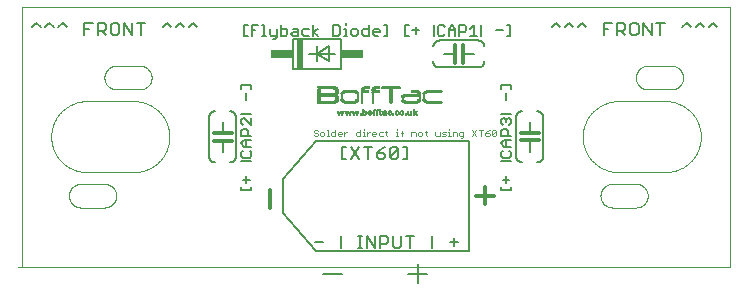
<source format=gto>
G75*
%MOIN*%
%OFA0B0*%
%FSLAX25Y25*%
%IPPOS*%
%LPD*%
%AMOC8*
5,1,8,0,0,1.08239X$1,22.5*
%
%ADD10C,0.00000*%
%ADD11C,0.00500*%
%ADD12C,0.00600*%
%ADD13C,0.00300*%
%ADD14C,0.01200*%
%ADD15R,0.00315X0.00039*%
%ADD16R,0.00394X0.00039*%
%ADD17R,0.00433X0.00039*%
%ADD18R,0.00472X0.00039*%
%ADD19R,0.00551X0.00039*%
%ADD20R,0.00709X0.00039*%
%ADD21R,0.00669X0.00039*%
%ADD22R,0.00748X0.00039*%
%ADD23R,0.00512X0.00039*%
%ADD24R,0.01142X0.00039*%
%ADD25R,0.00866X0.00039*%
%ADD26R,0.00906X0.00039*%
%ADD27R,0.01220X0.00039*%
%ADD28R,0.00945X0.00039*%
%ADD29R,0.00787X0.00039*%
%ADD30R,0.01024X0.00039*%
%ADD31R,0.01260X0.00039*%
%ADD32R,0.01102X0.00039*%
%ADD33R,0.01299X0.00039*%
%ADD34R,0.01063X0.00039*%
%ADD35R,0.01339X0.00039*%
%ADD36R,0.00591X0.00039*%
%ADD37R,0.01181X0.00039*%
%ADD38R,0.00827X0.00039*%
%ADD39R,0.01378X0.00039*%
%ADD40R,0.00630X0.00039*%
%ADD41R,0.00118X0.00039*%
%ADD42R,0.00197X0.00039*%
%ADD43R,0.00079X0.00039*%
%ADD44R,0.00354X0.00039*%
%ADD45R,0.00984X0.00039*%
%ADD46R,0.00157X0.00039*%
%ADD47R,0.01417X0.00039*%
%ADD48R,0.00276X0.00039*%
%ADD49R,0.04921X0.00039*%
%ADD50R,0.02441X0.00039*%
%ADD51R,0.02913X0.00039*%
%ADD52R,0.04449X0.00039*%
%ADD53R,0.05433X0.00039*%
%ADD54R,0.03307X0.00039*%
%ADD55R,0.03701X0.00039*%
%ADD56R,0.04961X0.00039*%
%ADD57R,0.05709X0.00039*%
%ADD58R,0.04173X0.00039*%
%ADD59R,0.05197X0.00039*%
%ADD60R,0.05906X0.00039*%
%ADD61R,0.04094X0.00039*%
%ADD62R,0.04488X0.00039*%
%ADD63R,0.05394X0.00039*%
%ADD64R,0.06063X0.00039*%
%ADD65R,0.04331X0.00039*%
%ADD66R,0.04764X0.00039*%
%ADD67R,0.05512X0.00039*%
%ADD68R,0.06181X0.00039*%
%ADD69R,0.04567X0.00039*%
%ADD70R,0.05630X0.00039*%
%ADD71R,0.06260X0.00039*%
%ADD72R,0.04724X0.00039*%
%ADD73R,0.05118X0.00039*%
%ADD74R,0.05748X0.00039*%
%ADD75R,0.06339X0.00039*%
%ADD76R,0.04882X0.00039*%
%ADD77R,0.05315X0.00039*%
%ADD78R,0.05827X0.00039*%
%ADD79R,0.06417X0.00039*%
%ADD80R,0.05039X0.00039*%
%ADD81R,0.06496X0.00039*%
%ADD82R,0.05591X0.00039*%
%ADD83R,0.05945X0.00039*%
%ADD84R,0.06535X0.00039*%
%ADD85R,0.05276X0.00039*%
%ADD86R,0.05669X0.00039*%
%ADD87R,0.06024X0.00039*%
%ADD88R,0.06614X0.00039*%
%ADD89R,0.05354X0.00039*%
%ADD90R,0.05787X0.00039*%
%ADD91R,0.06654X0.00039*%
%ADD92R,0.05866X0.00039*%
%ADD93R,0.06102X0.00039*%
%ADD94R,0.06693X0.00039*%
%ADD95R,0.05984X0.00039*%
%ADD96R,0.06142X0.00039*%
%ADD97R,0.06732X0.00039*%
%ADD98R,0.06772X0.00039*%
%ADD99R,0.06811X0.00039*%
%ADD100R,0.06220X0.00039*%
%ADD101R,0.06850X0.00039*%
%ADD102R,0.06890X0.00039*%
%ADD103R,0.06299X0.00039*%
%ADD104R,0.01732X0.00039*%
%ADD105R,0.01693X0.00039*%
%ADD106R,0.01850X0.00039*%
%ADD107R,0.01535X0.00039*%
%ADD108R,0.01496X0.00039*%
%ADD109R,0.01457X0.00039*%
%ADD110R,0.01654X0.00039*%
%ADD111R,0.06378X0.00039*%
%ADD112R,0.06575X0.00039*%
%ADD113R,0.06457X0.00039*%
%ADD114R,0.01772X0.00039*%
%ADD115R,0.02717X0.00039*%
%ADD116R,0.02992X0.00039*%
%ADD117R,0.02795X0.00039*%
%ADD118R,0.03071X0.00039*%
%ADD119R,0.02835X0.00039*%
%ADD120R,0.03031X0.00039*%
%ADD121R,0.02874X0.00039*%
%ADD122R,0.02953X0.00039*%
%ADD123R,0.02756X0.00039*%
%ADD124R,0.02677X0.00039*%
%ADD125R,0.02638X0.00039*%
%ADD126R,0.02520X0.00039*%
%ADD127R,0.02362X0.00039*%
%ADD128R,0.02205X0.00039*%
%ADD129R,0.02008X0.00039*%
%ADD130R,0.05157X0.00039*%
%ADD131R,0.02480X0.00039*%
%ADD132R,0.01811X0.00039*%
%ADD133R,0.02598X0.00039*%
%ADD134R,0.02559X0.00039*%
%ADD135R,0.02402X0.00039*%
%ADD136R,0.02283X0.00039*%
%ADD137R,0.02087X0.00039*%
%ADD138R,0.01890X0.00039*%
%ADD139C,0.00800*%
%ADD140R,0.02000X0.10000*%
%ADD141R,0.07500X0.03000*%
D10*
X0001727Y0011499D02*
X0001727Y0011538D01*
X0001754Y0011564D01*
X0001754Y0011577D01*
X0001773Y0011551D02*
X0001773Y0011538D01*
X0001787Y0011538D01*
X0001787Y0011551D01*
X0001773Y0011551D01*
X0001773Y0011512D02*
X0001773Y0011499D01*
X0001787Y0011499D01*
X0001787Y0011512D01*
X0001773Y0011512D01*
X0001810Y0011499D02*
X0001862Y0011577D01*
X0001882Y0011577D02*
X0001922Y0011577D01*
X0001935Y0011564D01*
X0001935Y0011551D01*
X0001922Y0011538D01*
X0001882Y0011538D01*
X0001882Y0011499D02*
X0001922Y0011499D01*
X0001935Y0011512D01*
X0001935Y0011525D01*
X0001922Y0011538D01*
X0001955Y0011538D02*
X0001955Y0011512D01*
X0001968Y0011499D01*
X0001994Y0011499D01*
X0002007Y0011512D01*
X0002007Y0011538D01*
X0001994Y0011551D01*
X0001968Y0011551D01*
X0001955Y0011538D01*
X0002027Y0011538D02*
X0002054Y0011538D01*
X0002076Y0011538D02*
X0002102Y0011538D01*
X0002089Y0011564D02*
X0002102Y0011577D01*
X0002089Y0011564D02*
X0002089Y0011499D01*
X0002040Y0011499D02*
X0002040Y0011564D01*
X0002054Y0011577D01*
X0002124Y0011577D02*
X0002176Y0011577D01*
X0002150Y0011577D02*
X0002150Y0011499D01*
X0002196Y0011512D02*
X0002210Y0011525D01*
X0002249Y0011525D01*
X0002249Y0011538D02*
X0002249Y0011499D01*
X0002210Y0011499D01*
X0002196Y0011512D01*
X0002210Y0011551D02*
X0002236Y0011551D01*
X0002249Y0011538D01*
X0002269Y0011538D02*
X0002269Y0011512D01*
X0002282Y0011499D01*
X0002321Y0011499D01*
X0002341Y0011499D02*
X0002394Y0011577D01*
X0002414Y0011577D02*
X0002414Y0011499D01*
X0002466Y0011499D01*
X0002486Y0011512D02*
X0002500Y0011499D01*
X0002526Y0011499D01*
X0002539Y0011512D01*
X0002539Y0011538D01*
X0002526Y0011551D01*
X0002500Y0011551D01*
X0002486Y0011538D01*
X0002486Y0011512D01*
X0002559Y0011512D02*
X0002572Y0011499D01*
X0002611Y0011499D01*
X0002611Y0011486D02*
X0002611Y0011551D01*
X0002572Y0011551D01*
X0002559Y0011538D01*
X0002559Y0011512D01*
X0002585Y0011472D02*
X0002598Y0011472D01*
X0002611Y0011486D01*
X0002631Y0011512D02*
X0002645Y0011499D01*
X0002671Y0011499D01*
X0002684Y0011512D01*
X0002684Y0011538D01*
X0002671Y0011551D01*
X0002645Y0011551D01*
X0002631Y0011538D01*
X0002631Y0011512D01*
X0002704Y0011499D02*
X0002756Y0011577D01*
X0002776Y0011551D02*
X0002790Y0011551D01*
X0002803Y0011538D01*
X0002816Y0011551D01*
X0002829Y0011538D01*
X0002829Y0011499D01*
X0002849Y0011512D02*
X0002862Y0011499D01*
X0002888Y0011499D01*
X0002901Y0011512D01*
X0002901Y0011538D01*
X0002888Y0011551D01*
X0002862Y0011551D01*
X0002849Y0011538D01*
X0002849Y0011512D01*
X0002803Y0011499D02*
X0002803Y0011538D01*
X0002776Y0011551D02*
X0002776Y0011499D01*
X0002921Y0011499D02*
X0002921Y0011551D01*
X0002961Y0011551D01*
X0002974Y0011538D01*
X0002974Y0011499D01*
X0002994Y0011512D02*
X0003007Y0011499D01*
X0003033Y0011499D01*
X0003046Y0011512D01*
X0003046Y0011538D01*
X0003033Y0011551D01*
X0003007Y0011551D01*
X0002994Y0011538D01*
X0002994Y0011512D01*
X0003066Y0011499D02*
X0003093Y0011499D01*
X0003080Y0011499D02*
X0003080Y0011577D01*
X0003066Y0011577D01*
X0003115Y0011538D02*
X0003115Y0011512D01*
X0003128Y0011499D01*
X0003154Y0011499D01*
X0003167Y0011512D01*
X0003167Y0011538D01*
X0003154Y0011551D01*
X0003128Y0011551D01*
X0003115Y0011538D01*
X0003187Y0011538D02*
X0003187Y0011512D01*
X0003200Y0011499D01*
X0003240Y0011499D01*
X0003240Y0011486D02*
X0003240Y0011551D01*
X0003200Y0011551D01*
X0003187Y0011538D01*
X0003214Y0011472D02*
X0003227Y0011472D01*
X0003240Y0011486D01*
X0003260Y0011512D02*
X0003273Y0011499D01*
X0003299Y0011499D01*
X0003312Y0011512D01*
X0003312Y0011538D01*
X0003299Y0011551D01*
X0003273Y0011551D01*
X0003260Y0011538D01*
X0003260Y0011512D01*
X0003332Y0011538D02*
X0003385Y0011538D01*
X0003405Y0011551D02*
X0003405Y0011512D01*
X0003418Y0011499D01*
X0003431Y0011512D01*
X0003444Y0011499D01*
X0003457Y0011512D01*
X0003457Y0011551D01*
X0003477Y0011538D02*
X0003530Y0011538D01*
X0003550Y0011512D02*
X0003563Y0011525D01*
X0003602Y0011525D01*
X0003602Y0011538D02*
X0003602Y0011499D01*
X0003563Y0011499D01*
X0003550Y0011512D01*
X0003563Y0011551D02*
X0003589Y0011551D01*
X0003602Y0011538D01*
X0003622Y0011538D02*
X0003635Y0011551D01*
X0003675Y0011551D01*
X0003695Y0011538D02*
X0003708Y0011551D01*
X0003747Y0011551D01*
X0003767Y0011551D02*
X0003767Y0011499D01*
X0003747Y0011499D02*
X0003708Y0011499D01*
X0003695Y0011512D01*
X0003695Y0011538D01*
X0003675Y0011499D02*
X0003635Y0011499D01*
X0003622Y0011512D01*
X0003622Y0011538D01*
X0003675Y0011577D02*
X0003675Y0011499D01*
X0003747Y0011499D02*
X0003747Y0011577D01*
X0003794Y0011551D02*
X0003807Y0011551D01*
X0003794Y0011551D02*
X0003767Y0011525D01*
X0003828Y0011525D02*
X0003880Y0011525D01*
X0003880Y0011538D01*
X0003867Y0011551D01*
X0003841Y0011551D01*
X0003828Y0011538D01*
X0003828Y0011512D01*
X0003841Y0011499D01*
X0003867Y0011499D01*
X0003900Y0011499D02*
X0003940Y0011499D01*
X0003953Y0011512D01*
X0003940Y0011525D01*
X0003913Y0011525D01*
X0003900Y0011538D01*
X0003913Y0011551D01*
X0003953Y0011551D01*
X0003973Y0011538D02*
X0003986Y0011551D01*
X0004025Y0011551D01*
X0004012Y0011525D02*
X0003986Y0011525D01*
X0003973Y0011538D01*
X0003973Y0011499D02*
X0004012Y0011499D01*
X0004025Y0011512D01*
X0004012Y0011525D01*
X0004045Y0011512D02*
X0004058Y0011512D01*
X0004058Y0011499D01*
X0004045Y0011499D01*
X0004045Y0011512D01*
X0004081Y0011499D02*
X0004121Y0011499D01*
X0004134Y0011512D01*
X0004134Y0011538D01*
X0004121Y0011551D01*
X0004081Y0011551D01*
X0004081Y0011577D02*
X0004081Y0011499D01*
X0004154Y0011499D02*
X0004154Y0011551D01*
X0004167Y0011551D01*
X0004180Y0011538D01*
X0004193Y0011551D01*
X0004206Y0011538D01*
X0004206Y0011499D01*
X0004226Y0011499D02*
X0004266Y0011499D01*
X0004279Y0011512D01*
X0004279Y0011538D01*
X0004266Y0011551D01*
X0004226Y0011551D01*
X0004226Y0011472D01*
X0004180Y0011499D02*
X0004180Y0011538D01*
X0003000Y0011696D02*
X0003000Y0098310D01*
X0239220Y0098310D01*
X0239220Y0011696D01*
X0003000Y0011696D01*
X0002321Y0011551D02*
X0002282Y0011551D01*
X0002269Y0011538D01*
X0001882Y0011499D02*
X0001882Y0011577D01*
X0001727Y0011538D02*
X0001701Y0011564D01*
X0001701Y0011577D01*
X0022685Y0031381D02*
X0030559Y0031381D01*
X0030683Y0031383D01*
X0030806Y0031389D01*
X0030930Y0031398D01*
X0031052Y0031412D01*
X0031175Y0031429D01*
X0031297Y0031451D01*
X0031418Y0031476D01*
X0031538Y0031505D01*
X0031657Y0031537D01*
X0031776Y0031574D01*
X0031893Y0031614D01*
X0032008Y0031657D01*
X0032123Y0031705D01*
X0032235Y0031756D01*
X0032346Y0031810D01*
X0032456Y0031868D01*
X0032563Y0031929D01*
X0032669Y0031994D01*
X0032772Y0032062D01*
X0032873Y0032133D01*
X0032972Y0032207D01*
X0033069Y0032284D01*
X0033163Y0032365D01*
X0033254Y0032448D01*
X0033343Y0032534D01*
X0033429Y0032623D01*
X0033512Y0032714D01*
X0033593Y0032808D01*
X0033670Y0032905D01*
X0033744Y0033004D01*
X0033815Y0033105D01*
X0033883Y0033208D01*
X0033948Y0033314D01*
X0034009Y0033421D01*
X0034067Y0033531D01*
X0034121Y0033642D01*
X0034172Y0033754D01*
X0034220Y0033869D01*
X0034263Y0033984D01*
X0034303Y0034101D01*
X0034340Y0034220D01*
X0034372Y0034339D01*
X0034401Y0034459D01*
X0034426Y0034580D01*
X0034448Y0034702D01*
X0034465Y0034825D01*
X0034479Y0034947D01*
X0034488Y0035071D01*
X0034494Y0035194D01*
X0034496Y0035318D01*
X0034494Y0035442D01*
X0034488Y0035565D01*
X0034479Y0035689D01*
X0034465Y0035811D01*
X0034448Y0035934D01*
X0034426Y0036056D01*
X0034401Y0036177D01*
X0034372Y0036297D01*
X0034340Y0036416D01*
X0034303Y0036535D01*
X0034263Y0036652D01*
X0034220Y0036767D01*
X0034172Y0036882D01*
X0034121Y0036994D01*
X0034067Y0037105D01*
X0034009Y0037215D01*
X0033948Y0037322D01*
X0033883Y0037428D01*
X0033815Y0037531D01*
X0033744Y0037632D01*
X0033670Y0037731D01*
X0033593Y0037828D01*
X0033512Y0037922D01*
X0033429Y0038013D01*
X0033343Y0038102D01*
X0033254Y0038188D01*
X0033163Y0038271D01*
X0033069Y0038352D01*
X0032972Y0038429D01*
X0032873Y0038503D01*
X0032772Y0038574D01*
X0032669Y0038642D01*
X0032563Y0038707D01*
X0032456Y0038768D01*
X0032346Y0038826D01*
X0032235Y0038880D01*
X0032123Y0038931D01*
X0032008Y0038979D01*
X0031893Y0039022D01*
X0031776Y0039062D01*
X0031657Y0039099D01*
X0031538Y0039131D01*
X0031418Y0039160D01*
X0031297Y0039185D01*
X0031175Y0039207D01*
X0031052Y0039224D01*
X0030930Y0039238D01*
X0030806Y0039247D01*
X0030683Y0039253D01*
X0030559Y0039255D01*
X0022685Y0039255D01*
X0022561Y0039253D01*
X0022438Y0039247D01*
X0022314Y0039238D01*
X0022192Y0039224D01*
X0022069Y0039207D01*
X0021947Y0039185D01*
X0021826Y0039160D01*
X0021706Y0039131D01*
X0021587Y0039099D01*
X0021468Y0039062D01*
X0021351Y0039022D01*
X0021236Y0038979D01*
X0021121Y0038931D01*
X0021009Y0038880D01*
X0020898Y0038826D01*
X0020788Y0038768D01*
X0020681Y0038707D01*
X0020575Y0038642D01*
X0020472Y0038574D01*
X0020371Y0038503D01*
X0020272Y0038429D01*
X0020175Y0038352D01*
X0020081Y0038271D01*
X0019990Y0038188D01*
X0019901Y0038102D01*
X0019815Y0038013D01*
X0019732Y0037922D01*
X0019651Y0037828D01*
X0019574Y0037731D01*
X0019500Y0037632D01*
X0019429Y0037531D01*
X0019361Y0037428D01*
X0019296Y0037322D01*
X0019235Y0037215D01*
X0019177Y0037105D01*
X0019123Y0036994D01*
X0019072Y0036882D01*
X0019024Y0036767D01*
X0018981Y0036652D01*
X0018941Y0036535D01*
X0018904Y0036416D01*
X0018872Y0036297D01*
X0018843Y0036177D01*
X0018818Y0036056D01*
X0018796Y0035934D01*
X0018779Y0035811D01*
X0018765Y0035689D01*
X0018756Y0035565D01*
X0018750Y0035442D01*
X0018748Y0035318D01*
X0018750Y0035194D01*
X0018756Y0035071D01*
X0018765Y0034947D01*
X0018779Y0034825D01*
X0018796Y0034702D01*
X0018818Y0034580D01*
X0018843Y0034459D01*
X0018872Y0034339D01*
X0018904Y0034220D01*
X0018941Y0034101D01*
X0018981Y0033984D01*
X0019024Y0033869D01*
X0019072Y0033754D01*
X0019123Y0033642D01*
X0019177Y0033531D01*
X0019235Y0033421D01*
X0019296Y0033314D01*
X0019361Y0033208D01*
X0019429Y0033105D01*
X0019500Y0033004D01*
X0019574Y0032905D01*
X0019651Y0032808D01*
X0019732Y0032714D01*
X0019815Y0032623D01*
X0019901Y0032534D01*
X0019990Y0032448D01*
X0020081Y0032365D01*
X0020175Y0032284D01*
X0020272Y0032207D01*
X0020371Y0032133D01*
X0020472Y0032062D01*
X0020575Y0031994D01*
X0020681Y0031929D01*
X0020788Y0031868D01*
X0020898Y0031810D01*
X0021009Y0031756D01*
X0021121Y0031705D01*
X0021236Y0031657D01*
X0021351Y0031614D01*
X0021468Y0031574D01*
X0021587Y0031537D01*
X0021706Y0031505D01*
X0021826Y0031476D01*
X0021947Y0031451D01*
X0022069Y0031429D01*
X0022192Y0031412D01*
X0022314Y0031398D01*
X0022438Y0031389D01*
X0022561Y0031383D01*
X0022685Y0031381D01*
X0024654Y0043192D02*
X0040402Y0043192D01*
X0040690Y0043196D01*
X0040977Y0043206D01*
X0041264Y0043224D01*
X0041551Y0043248D01*
X0041837Y0043279D01*
X0042122Y0043318D01*
X0042406Y0043363D01*
X0042689Y0043415D01*
X0042970Y0043475D01*
X0043250Y0043541D01*
X0043528Y0043613D01*
X0043805Y0043693D01*
X0044079Y0043779D01*
X0044351Y0043872D01*
X0044621Y0043971D01*
X0044889Y0044077D01*
X0045153Y0044190D01*
X0045415Y0044309D01*
X0045674Y0044434D01*
X0045930Y0044566D01*
X0046183Y0044703D01*
X0046432Y0044847D01*
X0046677Y0044997D01*
X0046919Y0045153D01*
X0047157Y0045314D01*
X0047391Y0045482D01*
X0047621Y0045655D01*
X0047846Y0045833D01*
X0048067Y0046017D01*
X0048284Y0046206D01*
X0048496Y0046401D01*
X0048703Y0046601D01*
X0048905Y0046805D01*
X0049102Y0047015D01*
X0049294Y0047229D01*
X0049480Y0047448D01*
X0049662Y0047671D01*
X0049838Y0047899D01*
X0050008Y0048131D01*
X0050172Y0048367D01*
X0050331Y0048606D01*
X0050484Y0048850D01*
X0050631Y0049098D01*
X0050771Y0049348D01*
X0050906Y0049603D01*
X0051034Y0049860D01*
X0051156Y0050120D01*
X0051272Y0050384D01*
X0051381Y0050650D01*
X0051484Y0050918D01*
X0051580Y0051189D01*
X0051670Y0051463D01*
X0051753Y0051738D01*
X0051829Y0052016D01*
X0051898Y0052295D01*
X0051961Y0052575D01*
X0052017Y0052858D01*
X0052065Y0053141D01*
X0052107Y0053426D01*
X0052142Y0053711D01*
X0052170Y0053997D01*
X0052191Y0054284D01*
X0052205Y0054572D01*
X0052212Y0054859D01*
X0052212Y0055147D01*
X0052205Y0055434D01*
X0052191Y0055722D01*
X0052170Y0056009D01*
X0052142Y0056295D01*
X0052107Y0056580D01*
X0052065Y0056865D01*
X0052017Y0057148D01*
X0051961Y0057431D01*
X0051898Y0057711D01*
X0051829Y0057990D01*
X0051753Y0058268D01*
X0051670Y0058543D01*
X0051580Y0058817D01*
X0051484Y0059088D01*
X0051381Y0059356D01*
X0051272Y0059622D01*
X0051156Y0059886D01*
X0051034Y0060146D01*
X0050906Y0060403D01*
X0050771Y0060658D01*
X0050631Y0060909D01*
X0050484Y0061156D01*
X0050331Y0061400D01*
X0050172Y0061639D01*
X0050008Y0061875D01*
X0049838Y0062107D01*
X0049662Y0062335D01*
X0049480Y0062558D01*
X0049294Y0062777D01*
X0049102Y0062991D01*
X0048905Y0063201D01*
X0048703Y0063405D01*
X0048496Y0063605D01*
X0048284Y0063800D01*
X0048067Y0063989D01*
X0047846Y0064173D01*
X0047621Y0064351D01*
X0047391Y0064524D01*
X0047157Y0064692D01*
X0046919Y0064853D01*
X0046677Y0065009D01*
X0046432Y0065159D01*
X0046183Y0065303D01*
X0045930Y0065440D01*
X0045674Y0065572D01*
X0045415Y0065697D01*
X0045153Y0065816D01*
X0044889Y0065929D01*
X0044621Y0066035D01*
X0044351Y0066134D01*
X0044079Y0066227D01*
X0043805Y0066313D01*
X0043528Y0066393D01*
X0043250Y0066465D01*
X0042970Y0066531D01*
X0042689Y0066591D01*
X0042406Y0066643D01*
X0042122Y0066688D01*
X0041837Y0066727D01*
X0041551Y0066758D01*
X0041264Y0066782D01*
X0040977Y0066800D01*
X0040690Y0066810D01*
X0040402Y0066814D01*
X0024654Y0066814D01*
X0034496Y0070751D02*
X0042370Y0070751D01*
X0042494Y0070753D01*
X0042617Y0070759D01*
X0042741Y0070768D01*
X0042863Y0070782D01*
X0042986Y0070799D01*
X0043108Y0070821D01*
X0043229Y0070846D01*
X0043349Y0070875D01*
X0043468Y0070907D01*
X0043587Y0070944D01*
X0043704Y0070984D01*
X0043819Y0071027D01*
X0043934Y0071075D01*
X0044046Y0071126D01*
X0044157Y0071180D01*
X0044267Y0071238D01*
X0044374Y0071299D01*
X0044480Y0071364D01*
X0044583Y0071432D01*
X0044684Y0071503D01*
X0044783Y0071577D01*
X0044880Y0071654D01*
X0044974Y0071735D01*
X0045065Y0071818D01*
X0045154Y0071904D01*
X0045240Y0071993D01*
X0045323Y0072084D01*
X0045404Y0072178D01*
X0045481Y0072275D01*
X0045555Y0072374D01*
X0045626Y0072475D01*
X0045694Y0072578D01*
X0045759Y0072684D01*
X0045820Y0072791D01*
X0045878Y0072901D01*
X0045932Y0073012D01*
X0045983Y0073124D01*
X0046031Y0073239D01*
X0046074Y0073354D01*
X0046114Y0073471D01*
X0046151Y0073590D01*
X0046183Y0073709D01*
X0046212Y0073829D01*
X0046237Y0073950D01*
X0046259Y0074072D01*
X0046276Y0074195D01*
X0046290Y0074317D01*
X0046299Y0074441D01*
X0046305Y0074564D01*
X0046307Y0074688D01*
X0046305Y0074812D01*
X0046299Y0074935D01*
X0046290Y0075059D01*
X0046276Y0075181D01*
X0046259Y0075304D01*
X0046237Y0075426D01*
X0046212Y0075547D01*
X0046183Y0075667D01*
X0046151Y0075786D01*
X0046114Y0075905D01*
X0046074Y0076022D01*
X0046031Y0076137D01*
X0045983Y0076252D01*
X0045932Y0076364D01*
X0045878Y0076475D01*
X0045820Y0076585D01*
X0045759Y0076692D01*
X0045694Y0076798D01*
X0045626Y0076901D01*
X0045555Y0077002D01*
X0045481Y0077101D01*
X0045404Y0077198D01*
X0045323Y0077292D01*
X0045240Y0077383D01*
X0045154Y0077472D01*
X0045065Y0077558D01*
X0044974Y0077641D01*
X0044880Y0077722D01*
X0044783Y0077799D01*
X0044684Y0077873D01*
X0044583Y0077944D01*
X0044480Y0078012D01*
X0044374Y0078077D01*
X0044267Y0078138D01*
X0044157Y0078196D01*
X0044046Y0078250D01*
X0043934Y0078301D01*
X0043819Y0078349D01*
X0043704Y0078392D01*
X0043587Y0078432D01*
X0043468Y0078469D01*
X0043349Y0078501D01*
X0043229Y0078530D01*
X0043108Y0078555D01*
X0042986Y0078577D01*
X0042863Y0078594D01*
X0042741Y0078608D01*
X0042617Y0078617D01*
X0042494Y0078623D01*
X0042370Y0078625D01*
X0034496Y0078625D01*
X0034372Y0078623D01*
X0034249Y0078617D01*
X0034125Y0078608D01*
X0034003Y0078594D01*
X0033880Y0078577D01*
X0033758Y0078555D01*
X0033637Y0078530D01*
X0033517Y0078501D01*
X0033398Y0078469D01*
X0033279Y0078432D01*
X0033162Y0078392D01*
X0033047Y0078349D01*
X0032932Y0078301D01*
X0032820Y0078250D01*
X0032709Y0078196D01*
X0032599Y0078138D01*
X0032492Y0078077D01*
X0032386Y0078012D01*
X0032283Y0077944D01*
X0032182Y0077873D01*
X0032083Y0077799D01*
X0031986Y0077722D01*
X0031892Y0077641D01*
X0031801Y0077558D01*
X0031712Y0077472D01*
X0031626Y0077383D01*
X0031543Y0077292D01*
X0031462Y0077198D01*
X0031385Y0077101D01*
X0031311Y0077002D01*
X0031240Y0076901D01*
X0031172Y0076798D01*
X0031107Y0076692D01*
X0031046Y0076585D01*
X0030988Y0076475D01*
X0030934Y0076364D01*
X0030883Y0076252D01*
X0030835Y0076137D01*
X0030792Y0076022D01*
X0030752Y0075905D01*
X0030715Y0075786D01*
X0030683Y0075667D01*
X0030654Y0075547D01*
X0030629Y0075426D01*
X0030607Y0075304D01*
X0030590Y0075181D01*
X0030576Y0075059D01*
X0030567Y0074935D01*
X0030561Y0074812D01*
X0030559Y0074688D01*
X0030561Y0074564D01*
X0030567Y0074441D01*
X0030576Y0074317D01*
X0030590Y0074195D01*
X0030607Y0074072D01*
X0030629Y0073950D01*
X0030654Y0073829D01*
X0030683Y0073709D01*
X0030715Y0073590D01*
X0030752Y0073471D01*
X0030792Y0073354D01*
X0030835Y0073239D01*
X0030883Y0073124D01*
X0030934Y0073012D01*
X0030988Y0072901D01*
X0031046Y0072791D01*
X0031107Y0072684D01*
X0031172Y0072578D01*
X0031240Y0072475D01*
X0031311Y0072374D01*
X0031385Y0072275D01*
X0031462Y0072178D01*
X0031543Y0072084D01*
X0031626Y0071993D01*
X0031712Y0071904D01*
X0031801Y0071818D01*
X0031892Y0071735D01*
X0031986Y0071654D01*
X0032083Y0071577D01*
X0032182Y0071503D01*
X0032283Y0071432D01*
X0032386Y0071364D01*
X0032492Y0071299D01*
X0032599Y0071238D01*
X0032709Y0071180D01*
X0032820Y0071126D01*
X0032932Y0071075D01*
X0033047Y0071027D01*
X0033162Y0070984D01*
X0033279Y0070944D01*
X0033398Y0070907D01*
X0033517Y0070875D01*
X0033637Y0070846D01*
X0033758Y0070821D01*
X0033880Y0070799D01*
X0034003Y0070782D01*
X0034125Y0070768D01*
X0034249Y0070759D01*
X0034372Y0070753D01*
X0034496Y0070751D01*
X0024654Y0066814D02*
X0024366Y0066810D01*
X0024079Y0066800D01*
X0023792Y0066782D01*
X0023505Y0066758D01*
X0023219Y0066727D01*
X0022934Y0066688D01*
X0022650Y0066643D01*
X0022367Y0066591D01*
X0022086Y0066531D01*
X0021806Y0066465D01*
X0021528Y0066393D01*
X0021251Y0066313D01*
X0020977Y0066227D01*
X0020705Y0066134D01*
X0020435Y0066035D01*
X0020167Y0065929D01*
X0019903Y0065816D01*
X0019641Y0065697D01*
X0019382Y0065572D01*
X0019126Y0065440D01*
X0018873Y0065303D01*
X0018624Y0065159D01*
X0018379Y0065009D01*
X0018137Y0064853D01*
X0017899Y0064692D01*
X0017665Y0064524D01*
X0017435Y0064351D01*
X0017210Y0064173D01*
X0016989Y0063989D01*
X0016772Y0063800D01*
X0016560Y0063605D01*
X0016353Y0063405D01*
X0016151Y0063201D01*
X0015954Y0062991D01*
X0015762Y0062777D01*
X0015576Y0062558D01*
X0015394Y0062335D01*
X0015218Y0062107D01*
X0015048Y0061875D01*
X0014884Y0061639D01*
X0014725Y0061400D01*
X0014572Y0061156D01*
X0014425Y0060908D01*
X0014285Y0060658D01*
X0014150Y0060403D01*
X0014022Y0060146D01*
X0013900Y0059886D01*
X0013784Y0059622D01*
X0013675Y0059356D01*
X0013572Y0059088D01*
X0013476Y0058817D01*
X0013386Y0058543D01*
X0013303Y0058268D01*
X0013227Y0057990D01*
X0013158Y0057711D01*
X0013095Y0057431D01*
X0013039Y0057148D01*
X0012991Y0056865D01*
X0012949Y0056580D01*
X0012914Y0056295D01*
X0012886Y0056009D01*
X0012865Y0055722D01*
X0012851Y0055434D01*
X0012844Y0055147D01*
X0012844Y0054859D01*
X0012851Y0054572D01*
X0012865Y0054284D01*
X0012886Y0053997D01*
X0012914Y0053711D01*
X0012949Y0053426D01*
X0012991Y0053141D01*
X0013039Y0052858D01*
X0013095Y0052575D01*
X0013158Y0052295D01*
X0013227Y0052016D01*
X0013303Y0051738D01*
X0013386Y0051463D01*
X0013476Y0051189D01*
X0013572Y0050918D01*
X0013675Y0050650D01*
X0013784Y0050384D01*
X0013900Y0050120D01*
X0014022Y0049860D01*
X0014150Y0049603D01*
X0014285Y0049348D01*
X0014425Y0049097D01*
X0014572Y0048850D01*
X0014725Y0048606D01*
X0014884Y0048367D01*
X0015048Y0048131D01*
X0015218Y0047899D01*
X0015394Y0047671D01*
X0015576Y0047448D01*
X0015762Y0047229D01*
X0015954Y0047015D01*
X0016151Y0046805D01*
X0016353Y0046601D01*
X0016560Y0046401D01*
X0016772Y0046206D01*
X0016989Y0046017D01*
X0017210Y0045833D01*
X0017435Y0045655D01*
X0017665Y0045482D01*
X0017899Y0045314D01*
X0018137Y0045153D01*
X0018379Y0044997D01*
X0018624Y0044847D01*
X0018873Y0044703D01*
X0019126Y0044566D01*
X0019382Y0044434D01*
X0019641Y0044309D01*
X0019903Y0044190D01*
X0020167Y0044077D01*
X0020435Y0043971D01*
X0020705Y0043872D01*
X0020977Y0043779D01*
X0021251Y0043693D01*
X0021528Y0043613D01*
X0021806Y0043541D01*
X0022086Y0043475D01*
X0022367Y0043415D01*
X0022650Y0043363D01*
X0022934Y0043318D01*
X0023219Y0043279D01*
X0023505Y0043248D01*
X0023792Y0043224D01*
X0024079Y0043206D01*
X0024366Y0043196D01*
X0024654Y0043192D01*
X0199850Y0039255D02*
X0207724Y0039255D01*
X0207848Y0039253D01*
X0207971Y0039247D01*
X0208095Y0039238D01*
X0208217Y0039224D01*
X0208340Y0039207D01*
X0208462Y0039185D01*
X0208583Y0039160D01*
X0208703Y0039131D01*
X0208822Y0039099D01*
X0208941Y0039062D01*
X0209058Y0039022D01*
X0209173Y0038979D01*
X0209288Y0038931D01*
X0209400Y0038880D01*
X0209511Y0038826D01*
X0209621Y0038768D01*
X0209728Y0038707D01*
X0209834Y0038642D01*
X0209937Y0038574D01*
X0210038Y0038503D01*
X0210137Y0038429D01*
X0210234Y0038352D01*
X0210328Y0038271D01*
X0210419Y0038188D01*
X0210508Y0038102D01*
X0210594Y0038013D01*
X0210677Y0037922D01*
X0210758Y0037828D01*
X0210835Y0037731D01*
X0210909Y0037632D01*
X0210980Y0037531D01*
X0211048Y0037428D01*
X0211113Y0037322D01*
X0211174Y0037215D01*
X0211232Y0037105D01*
X0211286Y0036994D01*
X0211337Y0036882D01*
X0211385Y0036767D01*
X0211428Y0036652D01*
X0211468Y0036535D01*
X0211505Y0036416D01*
X0211537Y0036297D01*
X0211566Y0036177D01*
X0211591Y0036056D01*
X0211613Y0035934D01*
X0211630Y0035811D01*
X0211644Y0035689D01*
X0211653Y0035565D01*
X0211659Y0035442D01*
X0211661Y0035318D01*
X0211659Y0035194D01*
X0211653Y0035071D01*
X0211644Y0034947D01*
X0211630Y0034825D01*
X0211613Y0034702D01*
X0211591Y0034580D01*
X0211566Y0034459D01*
X0211537Y0034339D01*
X0211505Y0034220D01*
X0211468Y0034101D01*
X0211428Y0033984D01*
X0211385Y0033869D01*
X0211337Y0033754D01*
X0211286Y0033642D01*
X0211232Y0033531D01*
X0211174Y0033421D01*
X0211113Y0033314D01*
X0211048Y0033208D01*
X0210980Y0033105D01*
X0210909Y0033004D01*
X0210835Y0032905D01*
X0210758Y0032808D01*
X0210677Y0032714D01*
X0210594Y0032623D01*
X0210508Y0032534D01*
X0210419Y0032448D01*
X0210328Y0032365D01*
X0210234Y0032284D01*
X0210137Y0032207D01*
X0210038Y0032133D01*
X0209937Y0032062D01*
X0209834Y0031994D01*
X0209728Y0031929D01*
X0209621Y0031868D01*
X0209511Y0031810D01*
X0209400Y0031756D01*
X0209288Y0031705D01*
X0209173Y0031657D01*
X0209058Y0031614D01*
X0208941Y0031574D01*
X0208822Y0031537D01*
X0208703Y0031505D01*
X0208583Y0031476D01*
X0208462Y0031451D01*
X0208340Y0031429D01*
X0208217Y0031412D01*
X0208095Y0031398D01*
X0207971Y0031389D01*
X0207848Y0031383D01*
X0207724Y0031381D01*
X0199850Y0031381D01*
X0199726Y0031383D01*
X0199603Y0031389D01*
X0199479Y0031398D01*
X0199357Y0031412D01*
X0199234Y0031429D01*
X0199112Y0031451D01*
X0198991Y0031476D01*
X0198871Y0031505D01*
X0198752Y0031537D01*
X0198633Y0031574D01*
X0198516Y0031614D01*
X0198401Y0031657D01*
X0198286Y0031705D01*
X0198174Y0031756D01*
X0198063Y0031810D01*
X0197953Y0031868D01*
X0197846Y0031929D01*
X0197740Y0031994D01*
X0197637Y0032062D01*
X0197536Y0032133D01*
X0197437Y0032207D01*
X0197340Y0032284D01*
X0197246Y0032365D01*
X0197155Y0032448D01*
X0197066Y0032534D01*
X0196980Y0032623D01*
X0196897Y0032714D01*
X0196816Y0032808D01*
X0196739Y0032905D01*
X0196665Y0033004D01*
X0196594Y0033105D01*
X0196526Y0033208D01*
X0196461Y0033314D01*
X0196400Y0033421D01*
X0196342Y0033531D01*
X0196288Y0033642D01*
X0196237Y0033754D01*
X0196189Y0033869D01*
X0196146Y0033984D01*
X0196106Y0034101D01*
X0196069Y0034220D01*
X0196037Y0034339D01*
X0196008Y0034459D01*
X0195983Y0034580D01*
X0195961Y0034702D01*
X0195944Y0034825D01*
X0195930Y0034947D01*
X0195921Y0035071D01*
X0195915Y0035194D01*
X0195913Y0035318D01*
X0195915Y0035442D01*
X0195921Y0035565D01*
X0195930Y0035689D01*
X0195944Y0035811D01*
X0195961Y0035934D01*
X0195983Y0036056D01*
X0196008Y0036177D01*
X0196037Y0036297D01*
X0196069Y0036416D01*
X0196106Y0036535D01*
X0196146Y0036652D01*
X0196189Y0036767D01*
X0196237Y0036882D01*
X0196288Y0036994D01*
X0196342Y0037105D01*
X0196400Y0037215D01*
X0196461Y0037322D01*
X0196526Y0037428D01*
X0196594Y0037531D01*
X0196665Y0037632D01*
X0196739Y0037731D01*
X0196816Y0037828D01*
X0196897Y0037922D01*
X0196980Y0038013D01*
X0197066Y0038102D01*
X0197155Y0038188D01*
X0197246Y0038271D01*
X0197340Y0038352D01*
X0197437Y0038429D01*
X0197536Y0038503D01*
X0197637Y0038574D01*
X0197740Y0038642D01*
X0197846Y0038707D01*
X0197953Y0038768D01*
X0198063Y0038826D01*
X0198174Y0038880D01*
X0198286Y0038931D01*
X0198401Y0038979D01*
X0198516Y0039022D01*
X0198633Y0039062D01*
X0198752Y0039099D01*
X0198871Y0039131D01*
X0198991Y0039160D01*
X0199112Y0039185D01*
X0199234Y0039207D01*
X0199357Y0039224D01*
X0199479Y0039238D01*
X0199603Y0039247D01*
X0199726Y0039253D01*
X0199850Y0039255D01*
X0201819Y0043192D02*
X0217567Y0043192D01*
X0217855Y0043196D01*
X0218142Y0043206D01*
X0218429Y0043224D01*
X0218716Y0043248D01*
X0219002Y0043279D01*
X0219287Y0043318D01*
X0219571Y0043363D01*
X0219854Y0043415D01*
X0220135Y0043475D01*
X0220415Y0043541D01*
X0220693Y0043613D01*
X0220970Y0043693D01*
X0221244Y0043779D01*
X0221516Y0043872D01*
X0221786Y0043971D01*
X0222054Y0044077D01*
X0222318Y0044190D01*
X0222580Y0044309D01*
X0222839Y0044434D01*
X0223095Y0044566D01*
X0223348Y0044703D01*
X0223597Y0044847D01*
X0223842Y0044997D01*
X0224084Y0045153D01*
X0224322Y0045314D01*
X0224556Y0045482D01*
X0224786Y0045655D01*
X0225011Y0045833D01*
X0225232Y0046017D01*
X0225449Y0046206D01*
X0225661Y0046401D01*
X0225868Y0046601D01*
X0226070Y0046805D01*
X0226267Y0047015D01*
X0226459Y0047229D01*
X0226645Y0047448D01*
X0226827Y0047671D01*
X0227003Y0047899D01*
X0227173Y0048131D01*
X0227337Y0048367D01*
X0227496Y0048606D01*
X0227649Y0048850D01*
X0227796Y0049098D01*
X0227936Y0049348D01*
X0228071Y0049603D01*
X0228199Y0049860D01*
X0228321Y0050120D01*
X0228437Y0050384D01*
X0228546Y0050650D01*
X0228649Y0050918D01*
X0228745Y0051189D01*
X0228835Y0051463D01*
X0228918Y0051738D01*
X0228994Y0052016D01*
X0229063Y0052295D01*
X0229126Y0052575D01*
X0229182Y0052858D01*
X0229230Y0053141D01*
X0229272Y0053426D01*
X0229307Y0053711D01*
X0229335Y0053997D01*
X0229356Y0054284D01*
X0229370Y0054572D01*
X0229377Y0054859D01*
X0229377Y0055147D01*
X0229370Y0055434D01*
X0229356Y0055722D01*
X0229335Y0056009D01*
X0229307Y0056295D01*
X0229272Y0056580D01*
X0229230Y0056865D01*
X0229182Y0057148D01*
X0229126Y0057431D01*
X0229063Y0057711D01*
X0228994Y0057990D01*
X0228918Y0058268D01*
X0228835Y0058543D01*
X0228745Y0058817D01*
X0228649Y0059088D01*
X0228546Y0059356D01*
X0228437Y0059622D01*
X0228321Y0059886D01*
X0228199Y0060146D01*
X0228071Y0060403D01*
X0227936Y0060658D01*
X0227796Y0060909D01*
X0227649Y0061156D01*
X0227496Y0061400D01*
X0227337Y0061639D01*
X0227173Y0061875D01*
X0227003Y0062107D01*
X0226827Y0062335D01*
X0226645Y0062558D01*
X0226459Y0062777D01*
X0226267Y0062991D01*
X0226070Y0063201D01*
X0225868Y0063405D01*
X0225661Y0063605D01*
X0225449Y0063800D01*
X0225232Y0063989D01*
X0225011Y0064173D01*
X0224786Y0064351D01*
X0224556Y0064524D01*
X0224322Y0064692D01*
X0224084Y0064853D01*
X0223842Y0065009D01*
X0223597Y0065159D01*
X0223348Y0065303D01*
X0223095Y0065440D01*
X0222839Y0065572D01*
X0222580Y0065697D01*
X0222318Y0065816D01*
X0222054Y0065929D01*
X0221786Y0066035D01*
X0221516Y0066134D01*
X0221244Y0066227D01*
X0220970Y0066313D01*
X0220693Y0066393D01*
X0220415Y0066465D01*
X0220135Y0066531D01*
X0219854Y0066591D01*
X0219571Y0066643D01*
X0219287Y0066688D01*
X0219002Y0066727D01*
X0218716Y0066758D01*
X0218429Y0066782D01*
X0218142Y0066800D01*
X0217855Y0066810D01*
X0217567Y0066814D01*
X0201819Y0066814D01*
X0211661Y0070751D02*
X0219535Y0070751D01*
X0219659Y0070753D01*
X0219782Y0070759D01*
X0219906Y0070768D01*
X0220028Y0070782D01*
X0220151Y0070799D01*
X0220273Y0070821D01*
X0220394Y0070846D01*
X0220514Y0070875D01*
X0220633Y0070907D01*
X0220752Y0070944D01*
X0220869Y0070984D01*
X0220984Y0071027D01*
X0221099Y0071075D01*
X0221211Y0071126D01*
X0221322Y0071180D01*
X0221432Y0071238D01*
X0221539Y0071299D01*
X0221645Y0071364D01*
X0221748Y0071432D01*
X0221849Y0071503D01*
X0221948Y0071577D01*
X0222045Y0071654D01*
X0222139Y0071735D01*
X0222230Y0071818D01*
X0222319Y0071904D01*
X0222405Y0071993D01*
X0222488Y0072084D01*
X0222569Y0072178D01*
X0222646Y0072275D01*
X0222720Y0072374D01*
X0222791Y0072475D01*
X0222859Y0072578D01*
X0222924Y0072684D01*
X0222985Y0072791D01*
X0223043Y0072901D01*
X0223097Y0073012D01*
X0223148Y0073124D01*
X0223196Y0073239D01*
X0223239Y0073354D01*
X0223279Y0073471D01*
X0223316Y0073590D01*
X0223348Y0073709D01*
X0223377Y0073829D01*
X0223402Y0073950D01*
X0223424Y0074072D01*
X0223441Y0074195D01*
X0223455Y0074317D01*
X0223464Y0074441D01*
X0223470Y0074564D01*
X0223472Y0074688D01*
X0223470Y0074812D01*
X0223464Y0074935D01*
X0223455Y0075059D01*
X0223441Y0075181D01*
X0223424Y0075304D01*
X0223402Y0075426D01*
X0223377Y0075547D01*
X0223348Y0075667D01*
X0223316Y0075786D01*
X0223279Y0075905D01*
X0223239Y0076022D01*
X0223196Y0076137D01*
X0223148Y0076252D01*
X0223097Y0076364D01*
X0223043Y0076475D01*
X0222985Y0076585D01*
X0222924Y0076692D01*
X0222859Y0076798D01*
X0222791Y0076901D01*
X0222720Y0077002D01*
X0222646Y0077101D01*
X0222569Y0077198D01*
X0222488Y0077292D01*
X0222405Y0077383D01*
X0222319Y0077472D01*
X0222230Y0077558D01*
X0222139Y0077641D01*
X0222045Y0077722D01*
X0221948Y0077799D01*
X0221849Y0077873D01*
X0221748Y0077944D01*
X0221645Y0078012D01*
X0221539Y0078077D01*
X0221432Y0078138D01*
X0221322Y0078196D01*
X0221211Y0078250D01*
X0221099Y0078301D01*
X0220984Y0078349D01*
X0220869Y0078392D01*
X0220752Y0078432D01*
X0220633Y0078469D01*
X0220514Y0078501D01*
X0220394Y0078530D01*
X0220273Y0078555D01*
X0220151Y0078577D01*
X0220028Y0078594D01*
X0219906Y0078608D01*
X0219782Y0078617D01*
X0219659Y0078623D01*
X0219535Y0078625D01*
X0211661Y0078625D01*
X0211537Y0078623D01*
X0211414Y0078617D01*
X0211290Y0078608D01*
X0211168Y0078594D01*
X0211045Y0078577D01*
X0210923Y0078555D01*
X0210802Y0078530D01*
X0210682Y0078501D01*
X0210563Y0078469D01*
X0210444Y0078432D01*
X0210327Y0078392D01*
X0210212Y0078349D01*
X0210097Y0078301D01*
X0209985Y0078250D01*
X0209874Y0078196D01*
X0209764Y0078138D01*
X0209657Y0078077D01*
X0209551Y0078012D01*
X0209448Y0077944D01*
X0209347Y0077873D01*
X0209248Y0077799D01*
X0209151Y0077722D01*
X0209057Y0077641D01*
X0208966Y0077558D01*
X0208877Y0077472D01*
X0208791Y0077383D01*
X0208708Y0077292D01*
X0208627Y0077198D01*
X0208550Y0077101D01*
X0208476Y0077002D01*
X0208405Y0076901D01*
X0208337Y0076798D01*
X0208272Y0076692D01*
X0208211Y0076585D01*
X0208153Y0076475D01*
X0208099Y0076364D01*
X0208048Y0076252D01*
X0208000Y0076137D01*
X0207957Y0076022D01*
X0207917Y0075905D01*
X0207880Y0075786D01*
X0207848Y0075667D01*
X0207819Y0075547D01*
X0207794Y0075426D01*
X0207772Y0075304D01*
X0207755Y0075181D01*
X0207741Y0075059D01*
X0207732Y0074935D01*
X0207726Y0074812D01*
X0207724Y0074688D01*
X0207726Y0074564D01*
X0207732Y0074441D01*
X0207741Y0074317D01*
X0207755Y0074195D01*
X0207772Y0074072D01*
X0207794Y0073950D01*
X0207819Y0073829D01*
X0207848Y0073709D01*
X0207880Y0073590D01*
X0207917Y0073471D01*
X0207957Y0073354D01*
X0208000Y0073239D01*
X0208048Y0073124D01*
X0208099Y0073012D01*
X0208153Y0072901D01*
X0208211Y0072791D01*
X0208272Y0072684D01*
X0208337Y0072578D01*
X0208405Y0072475D01*
X0208476Y0072374D01*
X0208550Y0072275D01*
X0208627Y0072178D01*
X0208708Y0072084D01*
X0208791Y0071993D01*
X0208877Y0071904D01*
X0208966Y0071818D01*
X0209057Y0071735D01*
X0209151Y0071654D01*
X0209248Y0071577D01*
X0209347Y0071503D01*
X0209448Y0071432D01*
X0209551Y0071364D01*
X0209657Y0071299D01*
X0209764Y0071238D01*
X0209874Y0071180D01*
X0209985Y0071126D01*
X0210097Y0071075D01*
X0210212Y0071027D01*
X0210327Y0070984D01*
X0210444Y0070944D01*
X0210563Y0070907D01*
X0210682Y0070875D01*
X0210802Y0070846D01*
X0210923Y0070821D01*
X0211045Y0070799D01*
X0211168Y0070782D01*
X0211290Y0070768D01*
X0211414Y0070759D01*
X0211537Y0070753D01*
X0211661Y0070751D01*
X0201819Y0066814D02*
X0201531Y0066810D01*
X0201244Y0066800D01*
X0200957Y0066782D01*
X0200670Y0066758D01*
X0200384Y0066727D01*
X0200099Y0066688D01*
X0199815Y0066643D01*
X0199532Y0066591D01*
X0199251Y0066531D01*
X0198971Y0066465D01*
X0198693Y0066393D01*
X0198416Y0066313D01*
X0198142Y0066227D01*
X0197870Y0066134D01*
X0197600Y0066035D01*
X0197332Y0065929D01*
X0197068Y0065816D01*
X0196806Y0065697D01*
X0196547Y0065572D01*
X0196291Y0065440D01*
X0196038Y0065303D01*
X0195789Y0065159D01*
X0195544Y0065009D01*
X0195302Y0064853D01*
X0195064Y0064692D01*
X0194830Y0064524D01*
X0194600Y0064351D01*
X0194375Y0064173D01*
X0194154Y0063989D01*
X0193937Y0063800D01*
X0193725Y0063605D01*
X0193518Y0063405D01*
X0193316Y0063201D01*
X0193119Y0062991D01*
X0192927Y0062777D01*
X0192741Y0062558D01*
X0192559Y0062335D01*
X0192383Y0062107D01*
X0192213Y0061875D01*
X0192049Y0061639D01*
X0191890Y0061400D01*
X0191737Y0061156D01*
X0191590Y0060908D01*
X0191450Y0060658D01*
X0191315Y0060403D01*
X0191187Y0060146D01*
X0191065Y0059886D01*
X0190949Y0059622D01*
X0190840Y0059356D01*
X0190737Y0059088D01*
X0190641Y0058817D01*
X0190551Y0058543D01*
X0190468Y0058268D01*
X0190392Y0057990D01*
X0190323Y0057711D01*
X0190260Y0057431D01*
X0190204Y0057148D01*
X0190156Y0056865D01*
X0190114Y0056580D01*
X0190079Y0056295D01*
X0190051Y0056009D01*
X0190030Y0055722D01*
X0190016Y0055434D01*
X0190009Y0055147D01*
X0190009Y0054859D01*
X0190016Y0054572D01*
X0190030Y0054284D01*
X0190051Y0053997D01*
X0190079Y0053711D01*
X0190114Y0053426D01*
X0190156Y0053141D01*
X0190204Y0052858D01*
X0190260Y0052575D01*
X0190323Y0052295D01*
X0190392Y0052016D01*
X0190468Y0051738D01*
X0190551Y0051463D01*
X0190641Y0051189D01*
X0190737Y0050918D01*
X0190840Y0050650D01*
X0190949Y0050384D01*
X0191065Y0050120D01*
X0191187Y0049860D01*
X0191315Y0049603D01*
X0191450Y0049348D01*
X0191590Y0049097D01*
X0191737Y0048850D01*
X0191890Y0048606D01*
X0192049Y0048367D01*
X0192213Y0048131D01*
X0192383Y0047899D01*
X0192559Y0047671D01*
X0192741Y0047448D01*
X0192927Y0047229D01*
X0193119Y0047015D01*
X0193316Y0046805D01*
X0193518Y0046601D01*
X0193725Y0046401D01*
X0193937Y0046206D01*
X0194154Y0046017D01*
X0194375Y0045833D01*
X0194600Y0045655D01*
X0194830Y0045482D01*
X0195064Y0045314D01*
X0195302Y0045153D01*
X0195544Y0044997D01*
X0195789Y0044847D01*
X0196038Y0044703D01*
X0196291Y0044566D01*
X0196547Y0044434D01*
X0196806Y0044309D01*
X0197068Y0044190D01*
X0197332Y0044077D01*
X0197600Y0043971D01*
X0197870Y0043872D01*
X0198142Y0043779D01*
X0198416Y0043693D01*
X0198693Y0043613D01*
X0198971Y0043541D01*
X0199251Y0043475D01*
X0199532Y0043415D01*
X0199815Y0043363D01*
X0200099Y0043318D01*
X0200384Y0043279D01*
X0200670Y0043248D01*
X0200957Y0043224D01*
X0201244Y0043206D01*
X0201531Y0043196D01*
X0201819Y0043192D01*
D11*
X0166136Y0046794D02*
X0162696Y0046794D01*
X0163269Y0048002D02*
X0165563Y0048002D01*
X0166136Y0048576D01*
X0166136Y0049722D01*
X0165563Y0050296D01*
X0166136Y0051627D02*
X0163843Y0051627D01*
X0162696Y0052774D01*
X0163843Y0053921D01*
X0166136Y0053921D01*
X0166136Y0055253D02*
X0162696Y0055253D01*
X0162696Y0056973D01*
X0163269Y0057546D01*
X0164416Y0057546D01*
X0164989Y0056973D01*
X0164989Y0055253D01*
X0164416Y0053921D02*
X0164416Y0051627D01*
X0163269Y0050296D02*
X0162696Y0049722D01*
X0162696Y0048576D01*
X0163269Y0048002D01*
X0152085Y0053585D02*
X0152085Y0017050D01*
X0101219Y0017050D01*
X0090136Y0029688D01*
X0090136Y0040948D01*
X0101219Y0053585D01*
X0152085Y0053585D01*
X0162696Y0059451D02*
X0163269Y0058878D01*
X0162696Y0059451D02*
X0162696Y0060598D01*
X0163269Y0061171D01*
X0163843Y0061171D01*
X0164416Y0060598D01*
X0164989Y0061171D01*
X0165563Y0061171D01*
X0166136Y0060598D01*
X0166136Y0059451D01*
X0165563Y0058878D01*
X0164416Y0060024D02*
X0164416Y0060598D01*
X0162696Y0062503D02*
X0166136Y0062503D01*
X0164416Y0067336D02*
X0164416Y0069630D01*
X0166136Y0070961D02*
X0166136Y0072108D01*
X0162696Y0072108D01*
X0162696Y0070961D01*
X0164628Y0088717D02*
X0165775Y0088717D01*
X0165775Y0092157D01*
X0164628Y0092157D01*
X0163296Y0090437D02*
X0161003Y0090437D01*
X0156170Y0092157D02*
X0156170Y0088717D01*
X0154838Y0088717D02*
X0152544Y0088717D01*
X0153691Y0088717D02*
X0153691Y0092157D01*
X0152544Y0091010D01*
X0151213Y0090437D02*
X0150639Y0089864D01*
X0148919Y0089864D01*
X0147587Y0090437D02*
X0145294Y0090437D01*
X0145294Y0091010D02*
X0146441Y0092157D01*
X0147587Y0091010D01*
X0147587Y0088717D01*
X0148919Y0088717D02*
X0148919Y0092157D01*
X0150639Y0092157D01*
X0151213Y0091584D01*
X0151213Y0090437D01*
X0145294Y0091010D02*
X0145294Y0088717D01*
X0143962Y0089291D02*
X0143389Y0088717D01*
X0142242Y0088717D01*
X0141669Y0089291D01*
X0141669Y0091584D01*
X0142242Y0092157D01*
X0143389Y0092157D01*
X0143962Y0091584D01*
X0140461Y0092157D02*
X0140461Y0088717D01*
X0135504Y0090437D02*
X0133210Y0090437D01*
X0134357Y0089291D02*
X0134357Y0091584D01*
X0131940Y0092157D02*
X0130794Y0092157D01*
X0130794Y0088717D01*
X0131940Y0088717D01*
X0124875Y0088717D02*
X0124875Y0092157D01*
X0123728Y0092157D01*
X0122396Y0090437D02*
X0121823Y0091010D01*
X0120676Y0091010D01*
X0120103Y0090437D01*
X0120103Y0089291D01*
X0120676Y0088717D01*
X0121823Y0088717D01*
X0123728Y0088717D02*
X0124875Y0088717D01*
X0122396Y0089864D02*
X0120103Y0089864D01*
X0118771Y0091010D02*
X0117051Y0091010D01*
X0116478Y0090437D01*
X0116478Y0089291D01*
X0117051Y0088717D01*
X0118771Y0088717D01*
X0118771Y0092157D01*
X0115146Y0090437D02*
X0114573Y0091010D01*
X0113426Y0091010D01*
X0112853Y0090437D01*
X0112853Y0089291D01*
X0113426Y0088717D01*
X0114573Y0088717D01*
X0115146Y0089291D01*
X0115146Y0090437D01*
X0111009Y0091010D02*
X0111009Y0088717D01*
X0110436Y0088717D02*
X0111583Y0088717D01*
X0109104Y0089291D02*
X0109104Y0091584D01*
X0108531Y0092157D01*
X0106811Y0092157D01*
X0106811Y0088717D01*
X0108531Y0088717D01*
X0109104Y0089291D01*
X0110436Y0091010D02*
X0111009Y0091010D01*
X0111009Y0092157D02*
X0111009Y0092730D01*
X0101885Y0091010D02*
X0100165Y0089864D01*
X0101885Y0088717D01*
X0100165Y0088717D02*
X0100165Y0092157D01*
X0098833Y0091010D02*
X0097113Y0091010D01*
X0096540Y0090437D01*
X0096540Y0089291D01*
X0097113Y0088717D01*
X0098833Y0088717D01*
X0095208Y0088717D02*
X0095208Y0090437D01*
X0094634Y0091010D01*
X0093488Y0091010D01*
X0093488Y0089864D02*
X0095208Y0089864D01*
X0093488Y0089864D02*
X0092914Y0089291D01*
X0093488Y0088717D01*
X0095208Y0088717D01*
X0091583Y0089291D02*
X0091583Y0090437D01*
X0091009Y0091010D01*
X0089289Y0091010D01*
X0089289Y0092157D02*
X0089289Y0088717D01*
X0091009Y0088717D01*
X0091583Y0089291D01*
X0087957Y0088717D02*
X0086237Y0088717D01*
X0085664Y0089291D01*
X0085664Y0091010D01*
X0083821Y0092157D02*
X0083821Y0088717D01*
X0084394Y0088717D02*
X0083247Y0088717D01*
X0079622Y0088717D02*
X0079622Y0092157D01*
X0081916Y0092157D01*
X0083247Y0092157D02*
X0083821Y0092157D01*
X0080769Y0090437D02*
X0079622Y0090437D01*
X0078352Y0088717D02*
X0077205Y0088717D01*
X0077205Y0092157D01*
X0078352Y0092157D01*
X0087957Y0091010D02*
X0087957Y0088144D01*
X0087384Y0087571D01*
X0086811Y0087571D01*
X0122396Y0089864D02*
X0122396Y0090437D01*
X0079522Y0072108D02*
X0076082Y0072108D01*
X0076082Y0070961D01*
X0077802Y0069630D02*
X0077802Y0067336D01*
X0079522Y0070961D02*
X0079522Y0072108D01*
X0079522Y0062503D02*
X0076082Y0062503D01*
X0076655Y0061171D02*
X0076082Y0060598D01*
X0076082Y0059451D01*
X0076655Y0058878D01*
X0076655Y0057546D02*
X0077802Y0057546D01*
X0078375Y0056973D01*
X0078375Y0055253D01*
X0079522Y0055253D02*
X0076082Y0055253D01*
X0076082Y0056973D01*
X0076655Y0057546D01*
X0079522Y0058878D02*
X0077228Y0061171D01*
X0076655Y0061171D01*
X0079522Y0061171D02*
X0079522Y0058878D01*
X0079522Y0053921D02*
X0077228Y0053921D01*
X0076082Y0052774D01*
X0077228Y0051627D01*
X0079522Y0051627D01*
X0078948Y0050296D02*
X0079522Y0049722D01*
X0079522Y0048576D01*
X0078948Y0048002D01*
X0076655Y0048002D01*
X0076082Y0048576D01*
X0076082Y0049722D01*
X0076655Y0050296D01*
X0077802Y0051627D02*
X0077802Y0053921D01*
X0076082Y0046794D02*
X0079522Y0046794D01*
X0077802Y0041837D02*
X0077802Y0039544D01*
X0078948Y0040690D02*
X0076655Y0040690D01*
X0076082Y0038274D02*
X0076082Y0037127D01*
X0079522Y0037127D01*
X0079522Y0038274D01*
X0162696Y0038274D02*
X0162696Y0037127D01*
X0166136Y0037127D01*
X0166136Y0038274D01*
X0164416Y0039544D02*
X0164416Y0041837D01*
X0163269Y0040690D02*
X0165563Y0040690D01*
D12*
X0167791Y0048503D02*
X0167791Y0061503D01*
X0167793Y0061590D01*
X0167799Y0061677D01*
X0167808Y0061764D01*
X0167821Y0061850D01*
X0167838Y0061936D01*
X0167859Y0062021D01*
X0167884Y0062104D01*
X0167912Y0062187D01*
X0167943Y0062268D01*
X0167978Y0062348D01*
X0168017Y0062426D01*
X0168059Y0062503D01*
X0168104Y0062578D01*
X0168153Y0062650D01*
X0168204Y0062721D01*
X0168259Y0062789D01*
X0168316Y0062854D01*
X0168377Y0062917D01*
X0168440Y0062978D01*
X0168505Y0063035D01*
X0168573Y0063090D01*
X0168644Y0063141D01*
X0168716Y0063190D01*
X0168791Y0063235D01*
X0168868Y0063277D01*
X0168946Y0063316D01*
X0169026Y0063351D01*
X0169107Y0063382D01*
X0169190Y0063410D01*
X0169273Y0063435D01*
X0169358Y0063456D01*
X0169444Y0063473D01*
X0169530Y0063486D01*
X0169617Y0063495D01*
X0169704Y0063501D01*
X0169791Y0063503D01*
X0174791Y0063503D02*
X0174878Y0063501D01*
X0174965Y0063495D01*
X0175052Y0063486D01*
X0175138Y0063473D01*
X0175224Y0063456D01*
X0175309Y0063435D01*
X0175392Y0063410D01*
X0175475Y0063382D01*
X0175556Y0063351D01*
X0175636Y0063316D01*
X0175714Y0063277D01*
X0175791Y0063235D01*
X0175866Y0063190D01*
X0175938Y0063141D01*
X0176009Y0063090D01*
X0176077Y0063035D01*
X0176142Y0062978D01*
X0176205Y0062917D01*
X0176266Y0062854D01*
X0176323Y0062789D01*
X0176378Y0062721D01*
X0176429Y0062650D01*
X0176478Y0062578D01*
X0176523Y0062503D01*
X0176565Y0062426D01*
X0176604Y0062348D01*
X0176639Y0062268D01*
X0176670Y0062187D01*
X0176698Y0062104D01*
X0176723Y0062021D01*
X0176744Y0061936D01*
X0176761Y0061850D01*
X0176774Y0061764D01*
X0176783Y0061677D01*
X0176789Y0061590D01*
X0176791Y0061503D01*
X0176791Y0048503D01*
X0176789Y0048416D01*
X0176783Y0048329D01*
X0176774Y0048242D01*
X0176761Y0048156D01*
X0176744Y0048070D01*
X0176723Y0047985D01*
X0176698Y0047902D01*
X0176670Y0047819D01*
X0176639Y0047738D01*
X0176604Y0047658D01*
X0176565Y0047580D01*
X0176523Y0047503D01*
X0176478Y0047428D01*
X0176429Y0047356D01*
X0176378Y0047285D01*
X0176323Y0047217D01*
X0176266Y0047152D01*
X0176205Y0047089D01*
X0176142Y0047028D01*
X0176077Y0046971D01*
X0176009Y0046916D01*
X0175938Y0046865D01*
X0175866Y0046816D01*
X0175791Y0046771D01*
X0175714Y0046729D01*
X0175636Y0046690D01*
X0175556Y0046655D01*
X0175475Y0046624D01*
X0175392Y0046596D01*
X0175309Y0046571D01*
X0175224Y0046550D01*
X0175138Y0046533D01*
X0175052Y0046520D01*
X0174965Y0046511D01*
X0174878Y0046505D01*
X0174791Y0046503D01*
X0169791Y0046503D02*
X0169704Y0046505D01*
X0169617Y0046511D01*
X0169530Y0046520D01*
X0169444Y0046533D01*
X0169358Y0046550D01*
X0169273Y0046571D01*
X0169190Y0046596D01*
X0169107Y0046624D01*
X0169026Y0046655D01*
X0168946Y0046690D01*
X0168868Y0046729D01*
X0168791Y0046771D01*
X0168716Y0046816D01*
X0168644Y0046865D01*
X0168573Y0046916D01*
X0168505Y0046971D01*
X0168440Y0047028D01*
X0168377Y0047089D01*
X0168316Y0047152D01*
X0168259Y0047217D01*
X0168204Y0047285D01*
X0168153Y0047356D01*
X0168104Y0047428D01*
X0168059Y0047503D01*
X0168017Y0047580D01*
X0167978Y0047658D01*
X0167943Y0047738D01*
X0167912Y0047819D01*
X0167884Y0047902D01*
X0167859Y0047985D01*
X0167838Y0048070D01*
X0167821Y0048156D01*
X0167808Y0048242D01*
X0167799Y0048329D01*
X0167793Y0048416D01*
X0167791Y0048503D01*
X0172291Y0050003D02*
X0172291Y0053803D01*
X0172291Y0056303D02*
X0172291Y0060003D01*
X0131487Y0051557D02*
X0131487Y0047429D01*
X0130111Y0047429D01*
X0128512Y0048117D02*
X0127824Y0047429D01*
X0126448Y0047429D01*
X0125760Y0048117D01*
X0128512Y0050869D01*
X0128512Y0048117D01*
X0125760Y0048117D02*
X0125760Y0050869D01*
X0126448Y0051557D01*
X0127824Y0051557D01*
X0128512Y0050869D01*
X0130111Y0051557D02*
X0131487Y0051557D01*
X0124162Y0051557D02*
X0122786Y0050869D01*
X0121410Y0049493D01*
X0123474Y0049493D01*
X0124162Y0048805D01*
X0124162Y0048117D01*
X0123474Y0047429D01*
X0122098Y0047429D01*
X0121410Y0048117D01*
X0121410Y0049493D01*
X0119812Y0051557D02*
X0117060Y0051557D01*
X0118436Y0051557D02*
X0118436Y0047429D01*
X0115462Y0047429D02*
X0112710Y0051557D01*
X0111186Y0051557D02*
X0109810Y0051557D01*
X0109810Y0047429D01*
X0111186Y0047429D01*
X0112710Y0047429D02*
X0115462Y0051557D01*
X0074429Y0048503D02*
X0074429Y0061503D01*
X0074427Y0061590D01*
X0074421Y0061677D01*
X0074412Y0061764D01*
X0074399Y0061850D01*
X0074382Y0061936D01*
X0074361Y0062021D01*
X0074336Y0062104D01*
X0074308Y0062187D01*
X0074277Y0062268D01*
X0074242Y0062348D01*
X0074203Y0062426D01*
X0074161Y0062503D01*
X0074116Y0062578D01*
X0074067Y0062650D01*
X0074016Y0062721D01*
X0073961Y0062789D01*
X0073904Y0062854D01*
X0073843Y0062917D01*
X0073780Y0062978D01*
X0073715Y0063035D01*
X0073647Y0063090D01*
X0073576Y0063141D01*
X0073504Y0063190D01*
X0073429Y0063235D01*
X0073352Y0063277D01*
X0073274Y0063316D01*
X0073194Y0063351D01*
X0073113Y0063382D01*
X0073030Y0063410D01*
X0072947Y0063435D01*
X0072862Y0063456D01*
X0072776Y0063473D01*
X0072690Y0063486D01*
X0072603Y0063495D01*
X0072516Y0063501D01*
X0072429Y0063503D01*
X0067429Y0063503D02*
X0067342Y0063501D01*
X0067255Y0063495D01*
X0067168Y0063486D01*
X0067082Y0063473D01*
X0066996Y0063456D01*
X0066911Y0063435D01*
X0066828Y0063410D01*
X0066745Y0063382D01*
X0066664Y0063351D01*
X0066584Y0063316D01*
X0066506Y0063277D01*
X0066429Y0063235D01*
X0066354Y0063190D01*
X0066282Y0063141D01*
X0066211Y0063090D01*
X0066143Y0063035D01*
X0066078Y0062978D01*
X0066015Y0062917D01*
X0065954Y0062854D01*
X0065897Y0062789D01*
X0065842Y0062721D01*
X0065791Y0062650D01*
X0065742Y0062578D01*
X0065697Y0062503D01*
X0065655Y0062426D01*
X0065616Y0062348D01*
X0065581Y0062268D01*
X0065550Y0062187D01*
X0065522Y0062104D01*
X0065497Y0062021D01*
X0065476Y0061936D01*
X0065459Y0061850D01*
X0065446Y0061764D01*
X0065437Y0061677D01*
X0065431Y0061590D01*
X0065429Y0061503D01*
X0065429Y0048503D01*
X0065431Y0048416D01*
X0065437Y0048329D01*
X0065446Y0048242D01*
X0065459Y0048156D01*
X0065476Y0048070D01*
X0065497Y0047985D01*
X0065522Y0047902D01*
X0065550Y0047819D01*
X0065581Y0047738D01*
X0065616Y0047658D01*
X0065655Y0047580D01*
X0065697Y0047503D01*
X0065742Y0047428D01*
X0065791Y0047356D01*
X0065842Y0047285D01*
X0065897Y0047217D01*
X0065954Y0047152D01*
X0066015Y0047089D01*
X0066078Y0047028D01*
X0066143Y0046971D01*
X0066211Y0046916D01*
X0066282Y0046865D01*
X0066354Y0046816D01*
X0066429Y0046771D01*
X0066506Y0046729D01*
X0066584Y0046690D01*
X0066664Y0046655D01*
X0066745Y0046624D01*
X0066828Y0046596D01*
X0066911Y0046571D01*
X0066996Y0046550D01*
X0067082Y0046533D01*
X0067168Y0046520D01*
X0067255Y0046511D01*
X0067342Y0046505D01*
X0067429Y0046503D01*
X0072429Y0046503D02*
X0072516Y0046505D01*
X0072603Y0046511D01*
X0072690Y0046520D01*
X0072776Y0046533D01*
X0072862Y0046550D01*
X0072947Y0046571D01*
X0073030Y0046596D01*
X0073113Y0046624D01*
X0073194Y0046655D01*
X0073274Y0046690D01*
X0073352Y0046729D01*
X0073429Y0046771D01*
X0073504Y0046816D01*
X0073576Y0046865D01*
X0073647Y0046916D01*
X0073715Y0046971D01*
X0073780Y0047028D01*
X0073843Y0047089D01*
X0073904Y0047152D01*
X0073961Y0047217D01*
X0074016Y0047285D01*
X0074067Y0047356D01*
X0074116Y0047428D01*
X0074161Y0047503D01*
X0074203Y0047580D01*
X0074242Y0047658D01*
X0074277Y0047738D01*
X0074308Y0047819D01*
X0074336Y0047902D01*
X0074361Y0047985D01*
X0074382Y0048070D01*
X0074399Y0048156D01*
X0074412Y0048242D01*
X0074421Y0048329D01*
X0074427Y0048416D01*
X0074429Y0048503D01*
X0069929Y0050003D02*
X0069929Y0053703D01*
X0069929Y0056203D02*
X0069929Y0060003D01*
X0093425Y0077562D02*
X0093425Y0087562D01*
X0109425Y0087562D01*
X0109425Y0077562D01*
X0093425Y0077562D01*
X0101425Y0080062D02*
X0101425Y0082562D01*
X0101425Y0085062D01*
X0101425Y0082562D02*
X0105425Y0085062D01*
X0105425Y0080062D01*
X0101425Y0082562D01*
X0107425Y0082562D01*
X0101425Y0082562D02*
X0098925Y0082562D01*
X0061474Y0091519D02*
X0060098Y0092895D01*
X0058722Y0091519D01*
X0057124Y0091519D02*
X0055748Y0092895D01*
X0054372Y0091519D01*
X0052774Y0091519D02*
X0051398Y0092895D01*
X0050022Y0091519D01*
X0044073Y0092895D02*
X0041321Y0092895D01*
X0042697Y0092895D02*
X0042697Y0088767D01*
X0039723Y0088767D02*
X0039723Y0092895D01*
X0036971Y0092895D02*
X0039723Y0088767D01*
X0036971Y0088767D02*
X0036971Y0092895D01*
X0035373Y0092207D02*
X0034685Y0092895D01*
X0033309Y0092895D01*
X0032621Y0092207D01*
X0032621Y0089455D01*
X0033309Y0088767D01*
X0034685Y0088767D01*
X0035373Y0089455D01*
X0035373Y0092207D01*
X0031023Y0092207D02*
X0031023Y0090831D01*
X0030335Y0090143D01*
X0028271Y0090143D01*
X0029647Y0090143D02*
X0031023Y0088767D01*
X0028271Y0088767D02*
X0028271Y0092895D01*
X0030335Y0092895D01*
X0031023Y0092207D01*
X0026673Y0092895D02*
X0023921Y0092895D01*
X0023921Y0088767D01*
X0023921Y0090831D02*
X0025297Y0090831D01*
X0017972Y0091519D02*
X0016596Y0092895D01*
X0015220Y0091519D01*
X0013622Y0091519D02*
X0012246Y0092895D01*
X0010870Y0091519D01*
X0009272Y0091519D02*
X0007896Y0092895D01*
X0006520Y0091519D01*
X0142169Y0087062D02*
X0155169Y0087062D01*
X0155256Y0087060D01*
X0155343Y0087054D01*
X0155430Y0087045D01*
X0155516Y0087032D01*
X0155602Y0087015D01*
X0155687Y0086994D01*
X0155770Y0086969D01*
X0155853Y0086941D01*
X0155934Y0086910D01*
X0156014Y0086875D01*
X0156092Y0086836D01*
X0156169Y0086794D01*
X0156244Y0086749D01*
X0156316Y0086700D01*
X0156387Y0086649D01*
X0156455Y0086594D01*
X0156520Y0086537D01*
X0156583Y0086476D01*
X0156644Y0086413D01*
X0156701Y0086348D01*
X0156756Y0086280D01*
X0156807Y0086209D01*
X0156856Y0086137D01*
X0156901Y0086062D01*
X0156943Y0085985D01*
X0156982Y0085907D01*
X0157017Y0085827D01*
X0157048Y0085746D01*
X0157076Y0085663D01*
X0157101Y0085580D01*
X0157122Y0085495D01*
X0157139Y0085409D01*
X0157152Y0085323D01*
X0157161Y0085236D01*
X0157167Y0085149D01*
X0157169Y0085062D01*
X0153669Y0082562D02*
X0149969Y0082562D01*
X0147469Y0082562D02*
X0143669Y0082562D01*
X0140169Y0080062D02*
X0140171Y0079975D01*
X0140177Y0079888D01*
X0140186Y0079801D01*
X0140199Y0079715D01*
X0140216Y0079629D01*
X0140237Y0079544D01*
X0140262Y0079461D01*
X0140290Y0079378D01*
X0140321Y0079297D01*
X0140356Y0079217D01*
X0140395Y0079139D01*
X0140437Y0079062D01*
X0140482Y0078987D01*
X0140531Y0078915D01*
X0140582Y0078844D01*
X0140637Y0078776D01*
X0140694Y0078711D01*
X0140755Y0078648D01*
X0140818Y0078587D01*
X0140883Y0078530D01*
X0140951Y0078475D01*
X0141022Y0078424D01*
X0141094Y0078375D01*
X0141169Y0078330D01*
X0141246Y0078288D01*
X0141324Y0078249D01*
X0141404Y0078214D01*
X0141485Y0078183D01*
X0141568Y0078155D01*
X0141651Y0078130D01*
X0141736Y0078109D01*
X0141822Y0078092D01*
X0141908Y0078079D01*
X0141995Y0078070D01*
X0142082Y0078064D01*
X0142169Y0078062D01*
X0155169Y0078062D01*
X0155256Y0078064D01*
X0155343Y0078070D01*
X0155430Y0078079D01*
X0155516Y0078092D01*
X0155602Y0078109D01*
X0155687Y0078130D01*
X0155770Y0078155D01*
X0155853Y0078183D01*
X0155934Y0078214D01*
X0156014Y0078249D01*
X0156092Y0078288D01*
X0156169Y0078330D01*
X0156244Y0078375D01*
X0156316Y0078424D01*
X0156387Y0078475D01*
X0156455Y0078530D01*
X0156520Y0078587D01*
X0156583Y0078648D01*
X0156644Y0078711D01*
X0156701Y0078776D01*
X0156756Y0078844D01*
X0156807Y0078915D01*
X0156856Y0078987D01*
X0156901Y0079062D01*
X0156943Y0079139D01*
X0156982Y0079217D01*
X0157017Y0079297D01*
X0157048Y0079378D01*
X0157076Y0079461D01*
X0157101Y0079544D01*
X0157122Y0079629D01*
X0157139Y0079715D01*
X0157152Y0079801D01*
X0157161Y0079888D01*
X0157167Y0079975D01*
X0157169Y0080062D01*
X0142169Y0087062D02*
X0142082Y0087060D01*
X0141995Y0087054D01*
X0141908Y0087045D01*
X0141822Y0087032D01*
X0141736Y0087015D01*
X0141651Y0086994D01*
X0141568Y0086969D01*
X0141485Y0086941D01*
X0141404Y0086910D01*
X0141324Y0086875D01*
X0141246Y0086836D01*
X0141169Y0086794D01*
X0141094Y0086749D01*
X0141022Y0086700D01*
X0140951Y0086649D01*
X0140883Y0086594D01*
X0140818Y0086537D01*
X0140755Y0086476D01*
X0140694Y0086413D01*
X0140637Y0086348D01*
X0140582Y0086280D01*
X0140531Y0086209D01*
X0140482Y0086137D01*
X0140437Y0086062D01*
X0140395Y0085985D01*
X0140356Y0085907D01*
X0140321Y0085827D01*
X0140290Y0085746D01*
X0140262Y0085663D01*
X0140237Y0085580D01*
X0140216Y0085495D01*
X0140199Y0085409D01*
X0140186Y0085323D01*
X0140177Y0085236D01*
X0140171Y0085149D01*
X0140169Y0085062D01*
X0179748Y0091519D02*
X0181124Y0092895D01*
X0182500Y0091519D01*
X0184098Y0091519D02*
X0185474Y0092895D01*
X0186850Y0091519D01*
X0188449Y0091519D02*
X0189825Y0092895D01*
X0191201Y0091519D01*
X0197149Y0090831D02*
X0198525Y0090831D01*
X0201499Y0090143D02*
X0203563Y0090143D01*
X0204251Y0090831D01*
X0204251Y0092207D01*
X0203563Y0092895D01*
X0201499Y0092895D01*
X0201499Y0088767D01*
X0202875Y0090143D02*
X0204251Y0088767D01*
X0205849Y0089455D02*
X0206537Y0088767D01*
X0207913Y0088767D01*
X0208601Y0089455D01*
X0208601Y0092207D01*
X0207913Y0092895D01*
X0206537Y0092895D01*
X0205849Y0092207D01*
X0205849Y0089455D01*
X0210199Y0088767D02*
X0210199Y0092895D01*
X0212951Y0088767D01*
X0212951Y0092895D01*
X0214550Y0092895D02*
X0217302Y0092895D01*
X0215926Y0092895D02*
X0215926Y0088767D01*
X0223250Y0091519D02*
X0224626Y0092895D01*
X0226002Y0091519D01*
X0227600Y0091519D02*
X0228976Y0092895D01*
X0230352Y0091519D01*
X0231950Y0091519D02*
X0233326Y0092895D01*
X0234702Y0091519D01*
X0199901Y0092895D02*
X0197149Y0092895D01*
X0197149Y0088767D01*
X0139848Y0022029D02*
X0139848Y0017901D01*
X0145648Y0019965D02*
X0148400Y0019965D01*
X0147024Y0021341D02*
X0147024Y0018589D01*
X0133899Y0022029D02*
X0131147Y0022029D01*
X0132523Y0022029D02*
X0132523Y0017901D01*
X0129549Y0018589D02*
X0128861Y0017901D01*
X0127485Y0017901D01*
X0126797Y0018589D01*
X0126797Y0022029D01*
X0125199Y0021341D02*
X0125199Y0019965D01*
X0124511Y0019277D01*
X0122447Y0019277D01*
X0122447Y0017901D02*
X0122447Y0022029D01*
X0124511Y0022029D01*
X0125199Y0021341D01*
X0129549Y0022029D02*
X0129549Y0018589D01*
X0120849Y0017901D02*
X0120849Y0022029D01*
X0118097Y0022029D02*
X0120849Y0017901D01*
X0118097Y0017901D02*
X0118097Y0022029D01*
X0116573Y0022029D02*
X0115197Y0022029D01*
X0115885Y0022029D02*
X0115885Y0017901D01*
X0115197Y0017901D02*
X0116573Y0017901D01*
X0109397Y0017901D02*
X0109397Y0022029D01*
X0103448Y0019965D02*
X0100696Y0019965D01*
D13*
X0149554Y0054465D02*
X0149898Y0054465D01*
X0150242Y0054809D01*
X0150242Y0056529D01*
X0149210Y0056529D01*
X0148866Y0056185D01*
X0148866Y0055497D01*
X0149210Y0055153D01*
X0150242Y0055153D01*
X0148067Y0055153D02*
X0148067Y0056185D01*
X0147723Y0056529D01*
X0146691Y0056529D01*
X0146691Y0055153D01*
X0145929Y0055153D02*
X0145241Y0055153D01*
X0145585Y0055153D02*
X0145585Y0056529D01*
X0145241Y0056529D01*
X0145585Y0057217D02*
X0145585Y0057561D01*
X0144442Y0056529D02*
X0143410Y0056529D01*
X0143066Y0056185D01*
X0143410Y0055841D01*
X0144098Y0055841D01*
X0144442Y0055497D01*
X0144098Y0055153D01*
X0143066Y0055153D01*
X0142267Y0055153D02*
X0142267Y0056529D01*
X0142267Y0055153D02*
X0141235Y0055153D01*
X0140891Y0055497D01*
X0140891Y0056529D01*
X0137953Y0056529D02*
X0137265Y0056529D01*
X0137609Y0056873D02*
X0137609Y0055497D01*
X0137953Y0055153D01*
X0136466Y0055497D02*
X0136466Y0056185D01*
X0136122Y0056529D01*
X0135434Y0056529D01*
X0135090Y0056185D01*
X0135090Y0055497D01*
X0135434Y0055153D01*
X0136122Y0055153D01*
X0136466Y0055497D01*
X0134291Y0055153D02*
X0134291Y0056185D01*
X0133947Y0056529D01*
X0132915Y0056529D01*
X0132915Y0055153D01*
X0129978Y0056185D02*
X0129290Y0056185D01*
X0129634Y0056873D02*
X0129978Y0057217D01*
X0129634Y0056873D02*
X0129634Y0055153D01*
X0128528Y0055153D02*
X0127840Y0055153D01*
X0128184Y0055153D02*
X0128184Y0056529D01*
X0127840Y0056529D01*
X0128184Y0057217D02*
X0128184Y0057561D01*
X0124903Y0056529D02*
X0124215Y0056529D01*
X0124559Y0056873D02*
X0124559Y0055497D01*
X0124903Y0055153D01*
X0123416Y0055153D02*
X0122384Y0055153D01*
X0122040Y0055497D01*
X0122040Y0056185D01*
X0122384Y0056529D01*
X0123416Y0056529D01*
X0121241Y0056185D02*
X0121241Y0055841D01*
X0119865Y0055841D01*
X0119865Y0055497D02*
X0119865Y0056185D01*
X0120209Y0056529D01*
X0120897Y0056529D01*
X0121241Y0056185D01*
X0120897Y0055153D02*
X0120209Y0055153D01*
X0119865Y0055497D01*
X0119084Y0056529D02*
X0118740Y0056529D01*
X0118052Y0055841D01*
X0118052Y0055153D02*
X0118052Y0056529D01*
X0116946Y0056529D02*
X0116946Y0055153D01*
X0116602Y0055153D02*
X0117290Y0055153D01*
X0116946Y0056529D02*
X0116602Y0056529D01*
X0116946Y0057217D02*
X0116946Y0057561D01*
X0115803Y0057217D02*
X0115803Y0055153D01*
X0114771Y0055153D01*
X0114427Y0055497D01*
X0114427Y0056185D01*
X0114771Y0056529D01*
X0115803Y0056529D01*
X0111471Y0056529D02*
X0111127Y0056529D01*
X0110439Y0055841D01*
X0110439Y0055153D02*
X0110439Y0056529D01*
X0109640Y0056185D02*
X0109640Y0055841D01*
X0108264Y0055841D01*
X0108264Y0055497D02*
X0108264Y0056185D01*
X0108608Y0056529D01*
X0109296Y0056529D01*
X0109640Y0056185D01*
X0109296Y0055153D02*
X0108608Y0055153D01*
X0108264Y0055497D01*
X0107465Y0055153D02*
X0106433Y0055153D01*
X0106089Y0055497D01*
X0106089Y0056185D01*
X0106433Y0056529D01*
X0107465Y0056529D01*
X0107465Y0057217D02*
X0107465Y0055153D01*
X0105327Y0055153D02*
X0104639Y0055153D01*
X0104983Y0055153D02*
X0104983Y0057217D01*
X0104639Y0057217D01*
X0103840Y0056185D02*
X0103496Y0056529D01*
X0102808Y0056529D01*
X0102464Y0056185D01*
X0102464Y0055497D01*
X0102808Y0055153D01*
X0103496Y0055153D01*
X0103840Y0055497D01*
X0103840Y0056185D01*
X0101665Y0055841D02*
X0101665Y0055497D01*
X0101321Y0055153D01*
X0100633Y0055153D01*
X0100289Y0055497D01*
X0100633Y0056185D02*
X0101321Y0056185D01*
X0101665Y0055841D01*
X0101665Y0056873D02*
X0101321Y0057217D01*
X0100633Y0057217D01*
X0100289Y0056873D01*
X0100289Y0056529D01*
X0100633Y0056185D01*
X0153216Y0057217D02*
X0154592Y0055153D01*
X0153216Y0055153D02*
X0154592Y0057217D01*
X0155391Y0057217D02*
X0156767Y0057217D01*
X0156079Y0057217D02*
X0156079Y0055153D01*
X0157566Y0055497D02*
X0157566Y0056185D01*
X0158598Y0056185D01*
X0158942Y0055841D01*
X0158942Y0055497D01*
X0158598Y0055153D01*
X0157910Y0055153D01*
X0157566Y0055497D01*
X0157566Y0056185D02*
X0158254Y0056873D01*
X0158942Y0057217D01*
X0159741Y0056873D02*
X0160085Y0057217D01*
X0160773Y0057217D01*
X0161117Y0056873D01*
X0159741Y0055497D01*
X0160085Y0055153D01*
X0160773Y0055153D01*
X0161117Y0055497D01*
X0161117Y0056873D01*
X0159741Y0056873D02*
X0159741Y0055497D01*
D14*
X0169291Y0056303D02*
X0172291Y0056303D01*
X0175291Y0056303D01*
X0175291Y0053803D02*
X0172291Y0053803D01*
X0169291Y0053803D01*
X0157464Y0038205D02*
X0157464Y0032438D01*
X0154580Y0035321D02*
X0160347Y0035321D01*
X0085673Y0037153D02*
X0085673Y0031386D01*
X0072929Y0053703D02*
X0069929Y0053703D01*
X0066929Y0053703D01*
X0066929Y0056203D02*
X0069929Y0056203D01*
X0072929Y0056203D01*
X0147469Y0079562D02*
X0147469Y0082562D01*
X0147469Y0085562D01*
X0149969Y0085562D02*
X0149969Y0082562D01*
X0149969Y0079562D01*
D15*
X0128571Y0063073D03*
X0128571Y0062286D03*
X0126169Y0062286D03*
X0126169Y0063073D03*
X0123807Y0061971D03*
X0117469Y0061971D03*
X0117547Y0063388D03*
X0114594Y0062522D03*
X0114594Y0062483D03*
X0114555Y0062640D03*
X0114516Y0062759D03*
X0114516Y0062798D03*
X0114122Y0062837D03*
X0114122Y0062877D03*
X0114083Y0062798D03*
X0114083Y0062759D03*
X0114083Y0062719D03*
X0114043Y0062640D03*
X0114043Y0062601D03*
X0114043Y0062562D03*
X0114004Y0062522D03*
X0114004Y0062483D03*
X0112114Y0062483D03*
X0112114Y0062522D03*
X0112075Y0062640D03*
X0112035Y0062759D03*
X0112035Y0062798D03*
X0111642Y0062837D03*
X0111642Y0062877D03*
X0111602Y0062798D03*
X0111602Y0062759D03*
X0111602Y0062719D03*
X0111563Y0062640D03*
X0111563Y0062601D03*
X0111563Y0062562D03*
X0111524Y0062522D03*
X0111524Y0062483D03*
X0109634Y0062483D03*
X0109634Y0062522D03*
X0109594Y0062640D03*
X0109555Y0062759D03*
X0109555Y0062798D03*
X0109161Y0062837D03*
X0109161Y0062877D03*
X0109122Y0062798D03*
X0109122Y0062759D03*
X0109122Y0062719D03*
X0109083Y0062640D03*
X0109083Y0062601D03*
X0109083Y0062562D03*
X0109043Y0062522D03*
X0109043Y0062483D03*
X0132114Y0061971D03*
D16*
X0129673Y0061971D03*
X0129673Y0063388D03*
X0119083Y0063388D03*
X0119083Y0061971D03*
X0115146Y0062955D03*
X0115106Y0062837D03*
X0115106Y0062798D03*
X0115067Y0062719D03*
X0115067Y0062680D03*
X0115067Y0062640D03*
X0115028Y0062601D03*
X0115028Y0062562D03*
X0115028Y0062522D03*
X0115028Y0062483D03*
X0114319Y0063349D03*
X0113531Y0062719D03*
X0113571Y0062601D03*
X0113571Y0062562D03*
X0112626Y0062798D03*
X0112626Y0062837D03*
X0112587Y0062719D03*
X0112587Y0062680D03*
X0112587Y0062640D03*
X0112547Y0062601D03*
X0112547Y0062562D03*
X0112547Y0062522D03*
X0112547Y0062483D03*
X0112665Y0062955D03*
X0111839Y0063349D03*
X0111051Y0062719D03*
X0111091Y0062601D03*
X0111091Y0062562D03*
X0110146Y0062798D03*
X0110146Y0062837D03*
X0110106Y0062719D03*
X0110106Y0062680D03*
X0110106Y0062640D03*
X0110067Y0062601D03*
X0110067Y0062562D03*
X0110067Y0062522D03*
X0110067Y0062483D03*
X0110185Y0062955D03*
X0109358Y0063349D03*
X0108571Y0062719D03*
X0108610Y0062601D03*
X0108610Y0062562D03*
D17*
X0108630Y0062522D03*
X0108630Y0062483D03*
X0108591Y0062640D03*
X0108591Y0062680D03*
X0108551Y0062759D03*
X0108551Y0062798D03*
X0108551Y0062837D03*
X0108512Y0062877D03*
X0108512Y0062916D03*
X0108512Y0062955D03*
X0108472Y0063034D03*
X0108472Y0063073D03*
X0108472Y0063113D03*
X0108433Y0063192D03*
X0108433Y0063231D03*
X0108394Y0063349D03*
X0109339Y0063310D03*
X0110205Y0063073D03*
X0110205Y0063034D03*
X0110205Y0062995D03*
X0110165Y0062916D03*
X0110165Y0062877D03*
X0110126Y0062759D03*
X0110244Y0063113D03*
X0110244Y0063152D03*
X0110244Y0063192D03*
X0110244Y0063231D03*
X0110283Y0063310D03*
X0110283Y0063349D03*
X0110874Y0063349D03*
X0110913Y0063231D03*
X0110913Y0063192D03*
X0110953Y0063113D03*
X0110953Y0063073D03*
X0110953Y0063034D03*
X0110992Y0062955D03*
X0110992Y0062916D03*
X0110992Y0062877D03*
X0111031Y0062837D03*
X0111031Y0062798D03*
X0111031Y0062759D03*
X0111071Y0062680D03*
X0111071Y0062640D03*
X0111110Y0062522D03*
X0111110Y0062483D03*
X0111819Y0063310D03*
X0112685Y0063073D03*
X0112685Y0063034D03*
X0112685Y0062995D03*
X0112646Y0062916D03*
X0112646Y0062877D03*
X0112606Y0062759D03*
X0112724Y0063113D03*
X0112724Y0063152D03*
X0112724Y0063192D03*
X0112724Y0063231D03*
X0112764Y0063310D03*
X0112764Y0063349D03*
X0113354Y0063349D03*
X0113394Y0063231D03*
X0113394Y0063192D03*
X0113433Y0063113D03*
X0113433Y0063073D03*
X0113433Y0063034D03*
X0113472Y0062955D03*
X0113472Y0062916D03*
X0113472Y0062877D03*
X0113512Y0062837D03*
X0113512Y0062798D03*
X0113512Y0062759D03*
X0113551Y0062680D03*
X0113551Y0062640D03*
X0113591Y0062522D03*
X0113591Y0062483D03*
X0114299Y0063310D03*
X0115165Y0063073D03*
X0115165Y0063034D03*
X0115165Y0062995D03*
X0115126Y0062916D03*
X0115126Y0062877D03*
X0115087Y0062759D03*
X0115205Y0063113D03*
X0115205Y0063152D03*
X0115205Y0063192D03*
X0115205Y0063231D03*
X0115244Y0063310D03*
X0115244Y0063349D03*
X0115992Y0062444D03*
X0115992Y0062404D03*
X0115992Y0062365D03*
X0115992Y0062325D03*
X0115992Y0062286D03*
X0115992Y0062247D03*
X0115992Y0062207D03*
X0115992Y0062168D03*
X0115992Y0062129D03*
X0115992Y0062089D03*
X0115992Y0062050D03*
X0115992Y0062010D03*
X0116858Y0062010D03*
X0117843Y0062444D03*
X0117882Y0062601D03*
X0117882Y0062640D03*
X0117882Y0062680D03*
X0117882Y0062719D03*
X0117882Y0062759D03*
X0118551Y0062759D03*
X0118551Y0062719D03*
X0118551Y0062680D03*
X0118551Y0062640D03*
X0118551Y0062601D03*
X0118591Y0062444D03*
X0118591Y0062916D03*
X0119575Y0062916D03*
X0119614Y0062759D03*
X0119614Y0062719D03*
X0119614Y0062680D03*
X0119614Y0062640D03*
X0119614Y0062601D03*
X0119575Y0062444D03*
X0120402Y0062444D03*
X0120402Y0062483D03*
X0120402Y0062522D03*
X0120402Y0062562D03*
X0120402Y0062601D03*
X0120402Y0062640D03*
X0120402Y0062680D03*
X0120402Y0062719D03*
X0120402Y0062759D03*
X0120402Y0062798D03*
X0120402Y0062837D03*
X0120402Y0062877D03*
X0120402Y0062916D03*
X0120402Y0062955D03*
X0120402Y0062995D03*
X0120402Y0063034D03*
X0120402Y0063388D03*
X0120402Y0063428D03*
X0120402Y0063467D03*
X0120402Y0063507D03*
X0120441Y0063546D03*
X0121465Y0063507D03*
X0121465Y0063467D03*
X0121465Y0063428D03*
X0121465Y0063388D03*
X0121504Y0063546D03*
X0121465Y0063034D03*
X0121465Y0062995D03*
X0121465Y0062955D03*
X0121465Y0062916D03*
X0121465Y0062877D03*
X0121465Y0062837D03*
X0121465Y0062798D03*
X0121465Y0062759D03*
X0121465Y0062719D03*
X0121465Y0062680D03*
X0121465Y0062640D03*
X0121465Y0062601D03*
X0121465Y0062562D03*
X0121465Y0062522D03*
X0121465Y0062483D03*
X0121465Y0062444D03*
X0121465Y0062404D03*
X0121465Y0062365D03*
X0121465Y0062325D03*
X0121465Y0062286D03*
X0121465Y0062247D03*
X0121465Y0062207D03*
X0121465Y0062168D03*
X0121465Y0062129D03*
X0121465Y0062089D03*
X0121465Y0062050D03*
X0121465Y0062010D03*
X0120402Y0062010D03*
X0120402Y0062050D03*
X0120402Y0062089D03*
X0120402Y0062129D03*
X0120402Y0062168D03*
X0120402Y0062207D03*
X0120402Y0062247D03*
X0120402Y0062286D03*
X0120402Y0062325D03*
X0120402Y0062365D03*
X0120402Y0062404D03*
X0122528Y0062404D03*
X0122528Y0062444D03*
X0122528Y0062483D03*
X0122528Y0062522D03*
X0122528Y0062562D03*
X0122528Y0062601D03*
X0122528Y0062640D03*
X0122528Y0062680D03*
X0122528Y0062719D03*
X0122528Y0062759D03*
X0122528Y0062798D03*
X0122528Y0062837D03*
X0122528Y0062877D03*
X0122528Y0062916D03*
X0122528Y0062955D03*
X0122528Y0062995D03*
X0122528Y0063034D03*
X0122528Y0063388D03*
X0122528Y0063428D03*
X0122528Y0063467D03*
X0122528Y0063507D03*
X0122528Y0063546D03*
X0122528Y0063585D03*
X0122528Y0063625D03*
X0122528Y0063664D03*
X0122528Y0063703D03*
X0122528Y0063743D03*
X0123551Y0062483D03*
X0123551Y0062444D03*
X0123551Y0062404D03*
X0123551Y0062365D03*
X0122843Y0061971D03*
X0124496Y0062010D03*
X0124496Y0062050D03*
X0124496Y0062089D03*
X0124496Y0062365D03*
X0124496Y0062404D03*
X0124496Y0062444D03*
X0124496Y0062483D03*
X0124496Y0062522D03*
X0124496Y0062562D03*
X0124496Y0062601D03*
X0124496Y0062916D03*
X0124496Y0062955D03*
X0125244Y0062719D03*
X0125244Y0062680D03*
X0125244Y0062640D03*
X0125835Y0061971D03*
X0126858Y0062010D03*
X0126858Y0062050D03*
X0126858Y0062089D03*
X0126858Y0062129D03*
X0126858Y0062168D03*
X0126858Y0062207D03*
X0126858Y0062247D03*
X0126858Y0062286D03*
X0126858Y0062325D03*
X0126858Y0062365D03*
X0126858Y0062404D03*
X0126858Y0062444D03*
X0127646Y0062640D03*
X0127646Y0062680D03*
X0127646Y0062719D03*
X0128236Y0063388D03*
X0129181Y0062916D03*
X0129142Y0062759D03*
X0129142Y0062719D03*
X0129142Y0062680D03*
X0129142Y0062640D03*
X0129142Y0062601D03*
X0129181Y0062444D03*
X0130165Y0062444D03*
X0130205Y0062601D03*
X0130205Y0062640D03*
X0130205Y0062680D03*
X0130205Y0062719D03*
X0130205Y0062759D03*
X0130165Y0062916D03*
X0130992Y0062444D03*
X0130992Y0062404D03*
X0130992Y0062365D03*
X0130992Y0062325D03*
X0130992Y0062286D03*
X0130992Y0062247D03*
X0130992Y0062207D03*
X0130992Y0062168D03*
X0130992Y0062129D03*
X0130992Y0062089D03*
X0130992Y0062050D03*
X0130992Y0062010D03*
X0131858Y0062562D03*
X0131858Y0062601D03*
X0131858Y0062640D03*
X0131858Y0062680D03*
X0131858Y0062719D03*
X0131858Y0062759D03*
X0131858Y0062798D03*
X0131858Y0062837D03*
X0131858Y0062877D03*
X0131858Y0062916D03*
X0131858Y0062955D03*
X0131858Y0062995D03*
X0131858Y0063034D03*
X0131858Y0063073D03*
X0131858Y0063113D03*
X0131858Y0063152D03*
X0131858Y0063192D03*
X0131858Y0063231D03*
X0131858Y0063270D03*
X0131858Y0063310D03*
X0131858Y0063349D03*
X0128236Y0061971D03*
X0125835Y0063388D03*
D18*
X0125303Y0062955D03*
X0125303Y0062916D03*
X0125264Y0062877D03*
X0125264Y0062837D03*
X0125264Y0062798D03*
X0125264Y0062759D03*
X0125264Y0062601D03*
X0125264Y0062562D03*
X0125264Y0062522D03*
X0125264Y0062483D03*
X0125303Y0062444D03*
X0125303Y0062404D03*
X0124476Y0062325D03*
X0124476Y0062995D03*
X0123571Y0062522D03*
X0123571Y0062325D03*
X0122547Y0062325D03*
X0122547Y0062365D03*
X0121524Y0063585D03*
X0121839Y0063900D03*
X0120776Y0063900D03*
X0120461Y0063585D03*
X0119555Y0062995D03*
X0119555Y0062955D03*
X0119594Y0062877D03*
X0119594Y0062837D03*
X0119594Y0062798D03*
X0119594Y0062562D03*
X0119594Y0062522D03*
X0119594Y0062483D03*
X0119555Y0062404D03*
X0119555Y0062365D03*
X0119516Y0062325D03*
X0119516Y0063034D03*
X0118650Y0063034D03*
X0118610Y0062995D03*
X0118610Y0062955D03*
X0118571Y0062877D03*
X0118571Y0062837D03*
X0118571Y0062798D03*
X0118571Y0062562D03*
X0118571Y0062522D03*
X0118571Y0062483D03*
X0118610Y0062404D03*
X0118610Y0062365D03*
X0118650Y0062325D03*
X0117862Y0062483D03*
X0117862Y0062522D03*
X0117862Y0062562D03*
X0117823Y0062404D03*
X0117862Y0062798D03*
X0117862Y0062837D03*
X0117862Y0062877D03*
X0117862Y0062916D03*
X0117823Y0062955D03*
X0116878Y0062955D03*
X0116878Y0062916D03*
X0116878Y0062877D03*
X0116878Y0062837D03*
X0116878Y0062798D03*
X0116878Y0062759D03*
X0116878Y0062719D03*
X0116878Y0062680D03*
X0116878Y0062640D03*
X0116878Y0062601D03*
X0116878Y0062562D03*
X0116878Y0062522D03*
X0116878Y0062483D03*
X0116878Y0062444D03*
X0116878Y0062404D03*
X0116878Y0062365D03*
X0116878Y0062325D03*
X0116878Y0062286D03*
X0116878Y0062995D03*
X0116878Y0063270D03*
X0116878Y0063310D03*
X0116878Y0063349D03*
X0116878Y0063388D03*
X0116878Y0063428D03*
X0116878Y0063467D03*
X0116878Y0063507D03*
X0116878Y0063546D03*
X0116878Y0063585D03*
X0116878Y0063625D03*
X0116878Y0063664D03*
X0116878Y0063703D03*
X0116878Y0063743D03*
X0116878Y0063782D03*
X0116878Y0063822D03*
X0116878Y0063861D03*
X0116878Y0063900D03*
X0115224Y0063270D03*
X0114319Y0063270D03*
X0114319Y0063231D03*
X0114319Y0063192D03*
X0113453Y0062995D03*
X0113413Y0063152D03*
X0113374Y0063270D03*
X0113374Y0063310D03*
X0112744Y0063270D03*
X0111839Y0063270D03*
X0111839Y0063231D03*
X0111839Y0063192D03*
X0110972Y0062995D03*
X0110933Y0063152D03*
X0110894Y0063270D03*
X0110894Y0063310D03*
X0110264Y0063270D03*
X0109358Y0063270D03*
X0109358Y0063231D03*
X0109358Y0063192D03*
X0108492Y0062995D03*
X0108453Y0063152D03*
X0108413Y0063270D03*
X0108413Y0063310D03*
X0108807Y0062010D03*
X0109870Y0062010D03*
X0111287Y0062010D03*
X0112350Y0062010D03*
X0113768Y0062010D03*
X0114831Y0062010D03*
X0127665Y0062483D03*
X0127665Y0062522D03*
X0127665Y0062562D03*
X0127665Y0062601D03*
X0127665Y0062759D03*
X0127665Y0062798D03*
X0127665Y0062837D03*
X0127665Y0062877D03*
X0127705Y0062916D03*
X0127705Y0062955D03*
X0127705Y0062444D03*
X0127705Y0062404D03*
X0129161Y0062483D03*
X0129161Y0062522D03*
X0129161Y0062562D03*
X0129201Y0062404D03*
X0129201Y0062365D03*
X0129240Y0062325D03*
X0129161Y0062798D03*
X0129161Y0062837D03*
X0129161Y0062877D03*
X0129201Y0062955D03*
X0129201Y0062995D03*
X0129240Y0063034D03*
X0130106Y0063034D03*
X0130146Y0062995D03*
X0130146Y0062955D03*
X0130185Y0062877D03*
X0130185Y0062837D03*
X0130185Y0062798D03*
X0130185Y0062562D03*
X0130185Y0062522D03*
X0130185Y0062483D03*
X0130146Y0062404D03*
X0130146Y0062365D03*
X0130106Y0062325D03*
X0131878Y0062404D03*
X0131878Y0062444D03*
X0131878Y0062483D03*
X0131878Y0062522D03*
X0132823Y0062522D03*
X0132823Y0062483D03*
X0132823Y0062444D03*
X0132823Y0062404D03*
X0132823Y0062562D03*
X0132823Y0062601D03*
X0132823Y0062640D03*
X0132823Y0062680D03*
X0132823Y0062719D03*
X0132823Y0062759D03*
X0132823Y0062798D03*
X0132823Y0062837D03*
X0132823Y0062877D03*
X0132823Y0062916D03*
X0132823Y0062955D03*
X0132823Y0062995D03*
X0132823Y0063034D03*
X0132823Y0063073D03*
X0132823Y0063113D03*
X0132823Y0063152D03*
X0132823Y0063192D03*
X0132823Y0063231D03*
X0132823Y0063270D03*
X0132823Y0063310D03*
X0132823Y0063349D03*
X0133689Y0063349D03*
X0133689Y0063310D03*
X0133689Y0063270D03*
X0133689Y0063231D03*
X0133689Y0063192D03*
X0133689Y0063152D03*
X0133689Y0063113D03*
X0133689Y0063073D03*
X0133689Y0063034D03*
X0133689Y0062995D03*
X0133689Y0062955D03*
X0133689Y0062916D03*
X0133689Y0062877D03*
X0133689Y0062837D03*
X0133689Y0062483D03*
X0133689Y0062444D03*
X0133689Y0062404D03*
X0133689Y0062365D03*
X0133689Y0062325D03*
X0133689Y0062286D03*
X0133689Y0062247D03*
X0133689Y0062207D03*
X0133689Y0062168D03*
X0133689Y0062129D03*
X0133689Y0062089D03*
X0133689Y0062050D03*
X0133689Y0062010D03*
X0134398Y0062404D03*
X0134358Y0062483D03*
X0134319Y0062522D03*
X0134476Y0062286D03*
X0134555Y0062168D03*
X0134201Y0062837D03*
X0134240Y0062877D03*
X0134280Y0062916D03*
X0134319Y0062955D03*
X0134398Y0063073D03*
X0134437Y0063113D03*
X0134594Y0063310D03*
X0133689Y0063388D03*
X0133689Y0063428D03*
X0133689Y0063467D03*
X0133689Y0063507D03*
X0133689Y0063546D03*
X0133689Y0063585D03*
X0133689Y0063625D03*
X0133689Y0063664D03*
X0133689Y0063703D03*
X0133689Y0063743D03*
X0133689Y0063782D03*
X0133689Y0063822D03*
X0133689Y0063861D03*
X0133689Y0063900D03*
X0132823Y0062089D03*
X0132823Y0062050D03*
X0132823Y0062010D03*
D19*
X0133728Y0062562D03*
X0130067Y0062286D03*
X0129280Y0062286D03*
X0129280Y0063073D03*
X0130067Y0063073D03*
X0124398Y0063073D03*
X0124004Y0063388D03*
X0123807Y0062010D03*
X0119476Y0062286D03*
X0118689Y0062286D03*
X0118689Y0063073D03*
X0119476Y0063073D03*
X0117469Y0062010D03*
X0114831Y0062129D03*
X0113768Y0062129D03*
X0114319Y0063073D03*
X0114319Y0063113D03*
X0112350Y0062129D03*
X0111287Y0062129D03*
X0111839Y0063073D03*
X0111839Y0063113D03*
X0109870Y0062129D03*
X0108807Y0062129D03*
X0109358Y0063073D03*
X0109358Y0063113D03*
D20*
X0109870Y0062404D03*
X0109870Y0062365D03*
X0108807Y0062365D03*
X0108807Y0062404D03*
X0111287Y0062404D03*
X0111287Y0062365D03*
X0112350Y0062365D03*
X0112350Y0062404D03*
X0113768Y0062404D03*
X0113768Y0062365D03*
X0114831Y0062365D03*
X0114831Y0062404D03*
X0119083Y0062010D03*
X0119083Y0063349D03*
X0124358Y0062877D03*
X0129673Y0063349D03*
X0129673Y0062010D03*
D21*
X0132134Y0062050D03*
X0125953Y0065869D03*
X0121780Y0063822D03*
X0120717Y0063822D03*
X0122843Y0062010D03*
X0123827Y0062050D03*
X0123709Y0062601D03*
X0120047Y0065869D03*
X0116583Y0065869D03*
X0114299Y0062916D03*
X0113787Y0062325D03*
X0113787Y0062286D03*
X0114811Y0062286D03*
X0114811Y0062325D03*
X0112331Y0062325D03*
X0112331Y0062286D03*
X0111819Y0062916D03*
X0111307Y0062325D03*
X0111307Y0062286D03*
X0109850Y0062286D03*
X0109850Y0062325D03*
X0109339Y0062916D03*
X0108827Y0062325D03*
X0108827Y0062286D03*
D22*
X0108827Y0062444D03*
X0109850Y0062444D03*
X0111307Y0062444D03*
X0112331Y0062444D03*
X0113787Y0062444D03*
X0114811Y0062444D03*
X0117528Y0063270D03*
X0120677Y0063743D03*
X0120677Y0063782D03*
X0121740Y0063782D03*
X0121740Y0063743D03*
X0122803Y0062050D03*
X0123827Y0062089D03*
X0125835Y0062010D03*
X0125835Y0063349D03*
X0128236Y0063349D03*
X0128236Y0062010D03*
X0132134Y0062089D03*
D23*
X0132134Y0062010D03*
X0131937Y0062325D03*
X0131898Y0062365D03*
X0132803Y0062365D03*
X0133709Y0062522D03*
X0134299Y0062562D03*
X0134378Y0062444D03*
X0134417Y0062365D03*
X0134457Y0062325D03*
X0134496Y0062247D03*
X0134535Y0062207D03*
X0134575Y0062129D03*
X0134614Y0062089D03*
X0134654Y0062050D03*
X0134654Y0062010D03*
X0134339Y0062995D03*
X0134378Y0063034D03*
X0134457Y0063152D03*
X0134496Y0063192D03*
X0134535Y0063231D03*
X0134575Y0063270D03*
X0134614Y0063349D03*
X0127764Y0063034D03*
X0127724Y0062995D03*
X0127724Y0062365D03*
X0127764Y0062325D03*
X0125362Y0062325D03*
X0125323Y0062365D03*
X0125323Y0062995D03*
X0125362Y0063034D03*
X0124457Y0063034D03*
X0123630Y0062562D03*
X0123591Y0062286D03*
X0122567Y0062286D03*
X0117803Y0062365D03*
X0117764Y0062325D03*
X0117803Y0062995D03*
X0117567Y0063349D03*
X0114811Y0062089D03*
X0114811Y0062050D03*
X0113787Y0062050D03*
X0113787Y0062089D03*
X0114299Y0063152D03*
X0112331Y0062089D03*
X0112331Y0062050D03*
X0111307Y0062050D03*
X0111307Y0062089D03*
X0111819Y0063152D03*
X0109850Y0062089D03*
X0109850Y0062050D03*
X0108827Y0062050D03*
X0108827Y0062089D03*
X0109339Y0063152D03*
D24*
X0117213Y0062050D03*
X0124024Y0063231D03*
X0125756Y0063152D03*
X0125756Y0062207D03*
X0128157Y0062207D03*
X0128157Y0063152D03*
X0130087Y0066892D03*
X0130126Y0068034D03*
X0135441Y0069333D03*
X0135480Y0066892D03*
X0137331Y0066892D03*
X0120165Y0070593D03*
X0116701Y0070593D03*
X0114811Y0066892D03*
X0109890Y0066892D03*
X0108118Y0066932D03*
X0108079Y0066892D03*
X0108118Y0067995D03*
X0108079Y0068034D03*
X0108000Y0069294D03*
X0108039Y0070514D03*
X0108000Y0070554D03*
D25*
X0116563Y0065948D03*
X0120028Y0065948D03*
X0119083Y0063310D03*
X0119083Y0062050D03*
X0122744Y0062247D03*
X0129673Y0062050D03*
X0129673Y0063310D03*
D26*
X0128236Y0063310D03*
X0128236Y0062050D03*
X0125835Y0062050D03*
X0125835Y0063310D03*
X0125953Y0065948D03*
X0120047Y0065987D03*
X0116583Y0065987D03*
D27*
X0114772Y0066814D03*
X0109929Y0066814D03*
X0108039Y0066853D03*
X0108000Y0066814D03*
X0108039Y0068113D03*
X0109929Y0069333D03*
X0107961Y0070593D03*
X0114772Y0069333D03*
X0116780Y0070672D03*
X0120244Y0070672D03*
X0130165Y0068073D03*
X0130165Y0066814D03*
X0135402Y0066814D03*
X0137370Y0066814D03*
X0137370Y0069333D03*
X0135402Y0069373D03*
X0124063Y0063152D03*
X0124063Y0063113D03*
X0124102Y0062719D03*
X0119102Y0062207D03*
X0117252Y0062089D03*
X0129693Y0062207D03*
D28*
X0129673Y0062089D03*
X0129673Y0063270D03*
X0133925Y0062798D03*
X0133925Y0062759D03*
X0125972Y0065987D03*
X0123965Y0063349D03*
X0124240Y0062837D03*
X0119083Y0063270D03*
X0119083Y0062089D03*
X0120028Y0066026D03*
X0116563Y0066026D03*
D29*
X0116563Y0065908D03*
X0120028Y0065908D03*
X0120657Y0063703D03*
X0121720Y0063703D03*
X0122783Y0062129D03*
X0122783Y0062089D03*
D30*
X0125815Y0062089D03*
X0125815Y0063270D03*
X0128217Y0063270D03*
X0128217Y0062089D03*
X0133965Y0062640D03*
X0133965Y0062680D03*
X0125972Y0066066D03*
X0125972Y0066105D03*
X0125972Y0066144D03*
X0125972Y0066184D03*
X0125972Y0066223D03*
X0125972Y0066262D03*
X0125972Y0066302D03*
X0125972Y0066341D03*
X0125972Y0066381D03*
X0125972Y0066420D03*
X0125972Y0066459D03*
X0125972Y0066499D03*
X0125972Y0066538D03*
X0125972Y0066577D03*
X0125972Y0066617D03*
X0125972Y0066656D03*
X0125972Y0066696D03*
X0125972Y0066735D03*
X0125972Y0066774D03*
X0125972Y0066814D03*
X0125972Y0066853D03*
X0125972Y0066892D03*
X0125972Y0066932D03*
X0125972Y0066971D03*
X0125972Y0067010D03*
X0125972Y0067050D03*
X0125972Y0067089D03*
X0125972Y0067129D03*
X0125972Y0067168D03*
X0125972Y0067207D03*
X0125972Y0067247D03*
X0125972Y0067286D03*
X0125972Y0067325D03*
X0125972Y0067365D03*
X0125972Y0067404D03*
X0125972Y0067444D03*
X0125972Y0067483D03*
X0125972Y0067522D03*
X0125972Y0067562D03*
X0125972Y0067601D03*
X0125972Y0067640D03*
X0125972Y0067680D03*
X0125972Y0067719D03*
X0125972Y0067759D03*
X0125972Y0067798D03*
X0125972Y0067837D03*
X0125972Y0067877D03*
X0125972Y0067916D03*
X0125972Y0067955D03*
X0125972Y0067995D03*
X0125972Y0068034D03*
X0125972Y0068073D03*
X0125972Y0068113D03*
X0125972Y0068152D03*
X0125972Y0068192D03*
X0125972Y0068231D03*
X0125972Y0068270D03*
X0125972Y0068310D03*
X0125972Y0068349D03*
X0125972Y0068388D03*
X0125972Y0068428D03*
X0125972Y0068467D03*
X0125972Y0068507D03*
X0125972Y0068546D03*
X0125972Y0068585D03*
X0125972Y0068625D03*
X0125972Y0068664D03*
X0125972Y0068703D03*
X0125972Y0068743D03*
X0125972Y0068782D03*
X0125972Y0068822D03*
X0125972Y0068861D03*
X0125972Y0068900D03*
X0125972Y0068940D03*
X0125972Y0068979D03*
X0125972Y0069018D03*
X0125972Y0069058D03*
X0125972Y0069097D03*
X0125972Y0069136D03*
X0125972Y0069176D03*
X0125972Y0069215D03*
X0125972Y0069255D03*
X0125972Y0069294D03*
X0125972Y0069333D03*
X0125972Y0069373D03*
X0125972Y0069412D03*
X0125972Y0069451D03*
X0125972Y0069491D03*
X0125972Y0069530D03*
X0125972Y0069570D03*
X0125972Y0069609D03*
X0125972Y0069648D03*
X0125972Y0069688D03*
X0125972Y0069727D03*
X0125972Y0069766D03*
X0125972Y0069806D03*
X0125972Y0069845D03*
X0125972Y0069885D03*
X0125972Y0069924D03*
X0125972Y0069963D03*
X0125972Y0070003D03*
X0125972Y0070042D03*
X0125972Y0070081D03*
X0125972Y0070121D03*
X0125972Y0070160D03*
X0125972Y0070199D03*
X0125972Y0070239D03*
X0125972Y0070278D03*
X0125972Y0070318D03*
X0125972Y0070357D03*
X0125972Y0070396D03*
X0125972Y0070436D03*
X0125972Y0070475D03*
X0125972Y0070514D03*
X0125972Y0070554D03*
X0125972Y0070593D03*
X0125972Y0070633D03*
X0125972Y0070672D03*
X0121760Y0071538D03*
X0120067Y0070436D03*
X0120067Y0070396D03*
X0118295Y0071538D03*
X0116602Y0070436D03*
X0116602Y0070396D03*
X0114909Y0069097D03*
X0114909Y0069058D03*
X0114909Y0067089D03*
X0114909Y0067050D03*
X0109791Y0067050D03*
X0109791Y0067089D03*
X0108217Y0067325D03*
X0108217Y0067365D03*
X0108217Y0067404D03*
X0108217Y0067444D03*
X0108217Y0067483D03*
X0108217Y0067522D03*
X0108217Y0067562D03*
X0108098Y0069451D03*
X0108098Y0069491D03*
X0108138Y0069530D03*
X0108138Y0069570D03*
X0108138Y0069609D03*
X0108177Y0069845D03*
X0108177Y0069885D03*
X0108177Y0069924D03*
X0108177Y0069963D03*
X0108177Y0070003D03*
X0108177Y0070042D03*
X0108138Y0070239D03*
X0108138Y0070278D03*
X0108138Y0070318D03*
X0108098Y0070396D03*
X0109791Y0069097D03*
X0109791Y0069058D03*
X0102154Y0069176D03*
X0102154Y0069215D03*
X0102154Y0069255D03*
X0102154Y0069294D03*
X0102154Y0069333D03*
X0102154Y0069373D03*
X0102154Y0069412D03*
X0102154Y0069451D03*
X0102154Y0069491D03*
X0102154Y0069530D03*
X0102154Y0069570D03*
X0102154Y0069609D03*
X0102154Y0069648D03*
X0102154Y0069688D03*
X0102154Y0069727D03*
X0102154Y0069766D03*
X0102154Y0069806D03*
X0102154Y0069845D03*
X0102154Y0069885D03*
X0102154Y0069924D03*
X0102154Y0069963D03*
X0102154Y0070003D03*
X0102154Y0070042D03*
X0102154Y0070081D03*
X0102154Y0070121D03*
X0102154Y0070160D03*
X0102154Y0070199D03*
X0102154Y0070239D03*
X0102154Y0070278D03*
X0102154Y0070318D03*
X0102154Y0070357D03*
X0102154Y0070396D03*
X0102154Y0070436D03*
X0102154Y0070475D03*
X0102154Y0070514D03*
X0102154Y0070554D03*
X0102154Y0070593D03*
X0102154Y0070633D03*
X0102154Y0070672D03*
X0102154Y0068270D03*
X0102154Y0068231D03*
X0102154Y0068192D03*
X0102154Y0068152D03*
X0102154Y0068113D03*
X0102154Y0068073D03*
X0102154Y0068034D03*
X0102154Y0067995D03*
X0102154Y0067955D03*
X0102154Y0067916D03*
X0102154Y0067877D03*
X0102154Y0067837D03*
X0102154Y0067798D03*
X0102154Y0067759D03*
X0102154Y0067719D03*
X0102154Y0067680D03*
X0102154Y0067640D03*
X0102154Y0067601D03*
X0102154Y0067562D03*
X0102154Y0067522D03*
X0102154Y0067483D03*
X0102154Y0067444D03*
X0102154Y0067404D03*
X0102154Y0067365D03*
X0102154Y0067325D03*
X0102154Y0067286D03*
X0102154Y0067247D03*
X0102154Y0067207D03*
X0102154Y0067168D03*
X0102154Y0067129D03*
X0102154Y0067089D03*
X0102154Y0067050D03*
X0102154Y0067010D03*
X0102154Y0066971D03*
X0102154Y0066932D03*
X0102154Y0066892D03*
X0102154Y0066853D03*
X0102154Y0066814D03*
X0102154Y0066774D03*
X0102154Y0066735D03*
X0102154Y0066696D03*
X0130028Y0067010D03*
X0130028Y0067050D03*
X0130028Y0067837D03*
X0130028Y0067877D03*
X0135539Y0067010D03*
X0135579Y0067050D03*
X0135579Y0067089D03*
X0135579Y0067129D03*
X0137232Y0067089D03*
X0137232Y0067050D03*
X0137232Y0069058D03*
X0137232Y0069097D03*
X0135579Y0069097D03*
X0135539Y0069215D03*
D31*
X0133610Y0070278D03*
X0130224Y0068113D03*
X0129673Y0063152D03*
X0129673Y0063113D03*
X0129673Y0062247D03*
X0124083Y0062680D03*
X0119083Y0063113D03*
X0119083Y0063152D03*
X0119083Y0062247D03*
X0117272Y0062129D03*
X0107980Y0068152D03*
D32*
X0108138Y0067955D03*
X0108138Y0067916D03*
X0108177Y0067837D03*
X0108177Y0067089D03*
X0108138Y0067010D03*
X0108138Y0066971D03*
X0109831Y0066932D03*
X0109831Y0069215D03*
X0109870Y0069255D03*
X0108059Y0069373D03*
X0108020Y0069333D03*
X0108059Y0070475D03*
X0114831Y0069255D03*
X0114870Y0069215D03*
X0116681Y0070554D03*
X0120146Y0070554D03*
X0114870Y0066932D03*
X0119083Y0063231D03*
X0119083Y0062129D03*
X0124004Y0063270D03*
X0124161Y0062798D03*
X0125776Y0063192D03*
X0125776Y0062168D03*
X0128177Y0062168D03*
X0128177Y0063192D03*
X0129673Y0063231D03*
X0129673Y0062129D03*
X0130067Y0066932D03*
X0130067Y0067955D03*
X0130106Y0067995D03*
X0135500Y0066932D03*
X0137272Y0066932D03*
X0137272Y0069215D03*
X0137311Y0069255D03*
X0135500Y0069294D03*
D33*
X0135362Y0069412D03*
X0137409Y0069373D03*
X0137409Y0066774D03*
X0135362Y0066774D03*
X0130205Y0066774D03*
X0124063Y0062640D03*
X0124063Y0062129D03*
X0117291Y0062168D03*
X0117291Y0063231D03*
X0114732Y0066774D03*
X0109969Y0066774D03*
X0109969Y0069373D03*
X0107882Y0069215D03*
X0114732Y0069373D03*
D34*
X0114890Y0069176D03*
X0114890Y0069136D03*
X0116622Y0070475D03*
X0116661Y0070514D03*
X0120087Y0070475D03*
X0120126Y0070514D03*
X0125953Y0070711D03*
X0130047Y0067916D03*
X0130047Y0066971D03*
X0135520Y0066971D03*
X0137252Y0066971D03*
X0137252Y0067010D03*
X0137252Y0069136D03*
X0137252Y0069176D03*
X0135520Y0069255D03*
X0128197Y0063231D03*
X0128197Y0062129D03*
X0125795Y0062129D03*
X0125795Y0063231D03*
X0123984Y0063310D03*
X0122646Y0063310D03*
X0122646Y0063349D03*
X0122646Y0063270D03*
X0122646Y0063231D03*
X0122646Y0063192D03*
X0122646Y0063152D03*
X0122646Y0063113D03*
X0122646Y0063073D03*
X0114890Y0066971D03*
X0114890Y0067010D03*
X0109811Y0067010D03*
X0109811Y0066971D03*
X0108197Y0067129D03*
X0108197Y0067168D03*
X0108197Y0067207D03*
X0108197Y0067247D03*
X0108197Y0067286D03*
X0108157Y0067050D03*
X0108197Y0067601D03*
X0108197Y0067640D03*
X0108197Y0067680D03*
X0108197Y0067719D03*
X0108197Y0067759D03*
X0108197Y0067798D03*
X0108157Y0067877D03*
X0108079Y0069412D03*
X0108118Y0070357D03*
X0108079Y0070436D03*
X0109811Y0069176D03*
X0109811Y0069136D03*
X0102173Y0069136D03*
X0102173Y0070711D03*
X0133984Y0062601D03*
D35*
X0132390Y0062168D03*
X0132390Y0062129D03*
X0124043Y0062168D03*
X0124043Y0062207D03*
X0117311Y0062207D03*
X0117311Y0062247D03*
X0117311Y0063192D03*
X0107941Y0066774D03*
X0107941Y0068192D03*
X0107902Y0070633D03*
X0116839Y0070711D03*
X0120303Y0070711D03*
D36*
X0117764Y0063034D03*
X0117724Y0062286D03*
X0116937Y0063034D03*
X0114811Y0062207D03*
X0114811Y0062168D03*
X0114299Y0063034D03*
X0113787Y0062207D03*
X0113787Y0062168D03*
X0112331Y0062168D03*
X0112331Y0062207D03*
X0111819Y0063034D03*
X0111307Y0062207D03*
X0111307Y0062168D03*
X0109850Y0062168D03*
X0109850Y0062207D03*
X0109339Y0063034D03*
X0108827Y0062207D03*
X0108827Y0062168D03*
X0124417Y0062286D03*
X0125402Y0062286D03*
X0125402Y0063073D03*
X0127803Y0063073D03*
X0127803Y0062286D03*
X0132764Y0062325D03*
D37*
X0129673Y0062168D03*
X0129673Y0063192D03*
X0128138Y0063113D03*
X0128138Y0062247D03*
X0125736Y0062247D03*
X0125736Y0063113D03*
X0124122Y0062759D03*
X0124043Y0063192D03*
X0119083Y0063192D03*
X0119083Y0062168D03*
X0114791Y0066853D03*
X0109909Y0066853D03*
X0108059Y0068073D03*
X0107941Y0069255D03*
X0109909Y0069294D03*
X0114791Y0069294D03*
X0116720Y0070633D03*
X0120185Y0070633D03*
X0130146Y0066853D03*
X0135461Y0066853D03*
X0137350Y0066853D03*
X0137350Y0069294D03*
D38*
X0125953Y0065908D03*
X0121701Y0063664D03*
X0121701Y0063625D03*
X0120638Y0063625D03*
X0120638Y0063664D03*
X0122764Y0062207D03*
X0122764Y0062168D03*
D39*
X0124024Y0062247D03*
X0117331Y0063113D03*
X0117331Y0063152D03*
X0114654Y0066735D03*
X0110047Y0066735D03*
X0110047Y0069412D03*
X0114654Y0069412D03*
X0130283Y0068152D03*
X0130283Y0066735D03*
X0135323Y0066735D03*
X0137488Y0066735D03*
X0137488Y0069412D03*
X0132370Y0062286D03*
X0132370Y0062247D03*
X0132370Y0062207D03*
D40*
X0121799Y0063861D03*
X0120736Y0063861D03*
X0117547Y0063310D03*
X0114831Y0062247D03*
X0114319Y0062955D03*
X0114319Y0062995D03*
X0113768Y0062247D03*
X0112350Y0062247D03*
X0111839Y0062955D03*
X0111839Y0062995D03*
X0111287Y0062247D03*
X0109870Y0062247D03*
X0109358Y0062955D03*
X0109358Y0062995D03*
X0108807Y0062247D03*
D41*
X0123118Y0062286D03*
X0123512Y0063034D03*
X0126268Y0062365D03*
X0128669Y0062365D03*
D42*
X0128630Y0062325D03*
X0128630Y0063034D03*
X0126228Y0063034D03*
X0126228Y0062325D03*
X0125953Y0065829D03*
X0120047Y0065829D03*
X0116583Y0065829D03*
D43*
X0121012Y0063585D03*
X0122075Y0063585D03*
X0126287Y0062955D03*
X0126287Y0062404D03*
X0128689Y0062404D03*
X0128689Y0062955D03*
D44*
X0114575Y0062601D03*
X0114575Y0062562D03*
X0114535Y0062680D03*
X0114535Y0062719D03*
X0114496Y0062837D03*
X0114496Y0062877D03*
X0114063Y0062680D03*
X0112094Y0062601D03*
X0112094Y0062562D03*
X0112055Y0062680D03*
X0112055Y0062719D03*
X0112016Y0062837D03*
X0112016Y0062877D03*
X0111583Y0062680D03*
X0109614Y0062601D03*
X0109614Y0062562D03*
X0109575Y0062680D03*
X0109575Y0062719D03*
X0109535Y0062837D03*
X0109535Y0062877D03*
X0109102Y0062680D03*
D45*
X0116583Y0066066D03*
X0116583Y0066105D03*
X0116583Y0066144D03*
X0116583Y0066184D03*
X0116583Y0066223D03*
X0116583Y0066262D03*
X0116583Y0066302D03*
X0116583Y0066341D03*
X0116583Y0066381D03*
X0116583Y0066420D03*
X0116583Y0066459D03*
X0116583Y0066499D03*
X0116583Y0066538D03*
X0116583Y0066577D03*
X0116583Y0066617D03*
X0116583Y0066656D03*
X0116583Y0066696D03*
X0116583Y0066735D03*
X0116583Y0066774D03*
X0116583Y0066814D03*
X0116583Y0066853D03*
X0116583Y0066892D03*
X0116583Y0066932D03*
X0116583Y0066971D03*
X0116583Y0067010D03*
X0116583Y0067050D03*
X0116583Y0067089D03*
X0116583Y0067129D03*
X0116583Y0067168D03*
X0116583Y0067207D03*
X0116583Y0067247D03*
X0116583Y0067286D03*
X0116583Y0067325D03*
X0116583Y0067365D03*
X0116583Y0067404D03*
X0116583Y0067444D03*
X0116583Y0067483D03*
X0116583Y0067522D03*
X0116583Y0067562D03*
X0116583Y0067601D03*
X0116583Y0067640D03*
X0116583Y0067680D03*
X0116583Y0067719D03*
X0116583Y0067759D03*
X0116583Y0067798D03*
X0116583Y0067837D03*
X0116583Y0067877D03*
X0116583Y0067916D03*
X0116583Y0067955D03*
X0116583Y0067995D03*
X0116583Y0068034D03*
X0116583Y0068073D03*
X0116583Y0068113D03*
X0116583Y0068152D03*
X0116583Y0068192D03*
X0116583Y0068231D03*
X0116583Y0068270D03*
X0116583Y0068310D03*
X0116583Y0068349D03*
X0116583Y0068388D03*
X0116583Y0068428D03*
X0116583Y0068467D03*
X0116583Y0068507D03*
X0116583Y0068546D03*
X0116583Y0068585D03*
X0116583Y0068625D03*
X0116583Y0068664D03*
X0116583Y0068703D03*
X0116583Y0068743D03*
X0116583Y0068782D03*
X0116583Y0068822D03*
X0116583Y0068861D03*
X0116583Y0068900D03*
X0116583Y0068940D03*
X0116583Y0068979D03*
X0116583Y0069018D03*
X0116583Y0069058D03*
X0116583Y0069097D03*
X0116583Y0069136D03*
X0116583Y0069176D03*
X0116583Y0069215D03*
X0116583Y0069255D03*
X0116583Y0069294D03*
X0116583Y0069333D03*
X0116583Y0069373D03*
X0116583Y0069412D03*
X0116583Y0069451D03*
X0116583Y0069491D03*
X0116583Y0070318D03*
X0116583Y0070357D03*
X0114929Y0069018D03*
X0114929Y0068979D03*
X0114929Y0068940D03*
X0114929Y0068900D03*
X0114929Y0068861D03*
X0114929Y0068822D03*
X0114929Y0068782D03*
X0114929Y0068743D03*
X0114929Y0068703D03*
X0114929Y0068664D03*
X0114929Y0068625D03*
X0114929Y0068585D03*
X0114929Y0068546D03*
X0114929Y0068507D03*
X0114929Y0068467D03*
X0114929Y0068428D03*
X0114929Y0068388D03*
X0114929Y0068349D03*
X0114929Y0068310D03*
X0114929Y0068270D03*
X0114929Y0068231D03*
X0114929Y0068192D03*
X0114929Y0068152D03*
X0114929Y0068113D03*
X0114929Y0068073D03*
X0114929Y0068034D03*
X0114929Y0067995D03*
X0114929Y0067955D03*
X0114929Y0067916D03*
X0114929Y0067877D03*
X0114929Y0067837D03*
X0114929Y0067798D03*
X0114929Y0067759D03*
X0114929Y0067719D03*
X0114929Y0067680D03*
X0114929Y0067640D03*
X0114929Y0067601D03*
X0114929Y0067562D03*
X0114929Y0067522D03*
X0114929Y0067483D03*
X0114929Y0067444D03*
X0114929Y0067404D03*
X0114929Y0067365D03*
X0114929Y0067325D03*
X0114929Y0067286D03*
X0114929Y0067247D03*
X0114929Y0067207D03*
X0114929Y0067168D03*
X0114929Y0067129D03*
X0120047Y0067129D03*
X0120047Y0067168D03*
X0120047Y0067207D03*
X0120047Y0067247D03*
X0120047Y0067286D03*
X0120047Y0067325D03*
X0120047Y0067365D03*
X0120047Y0067404D03*
X0120047Y0067444D03*
X0120047Y0067483D03*
X0120047Y0067522D03*
X0120047Y0067562D03*
X0120047Y0067601D03*
X0120047Y0067640D03*
X0120047Y0067680D03*
X0120047Y0067719D03*
X0120047Y0067759D03*
X0120047Y0067798D03*
X0120047Y0067837D03*
X0120047Y0067877D03*
X0120047Y0067916D03*
X0120047Y0067955D03*
X0120047Y0067995D03*
X0120047Y0068034D03*
X0120047Y0068073D03*
X0120047Y0068113D03*
X0120047Y0068152D03*
X0120047Y0068192D03*
X0120047Y0068231D03*
X0120047Y0068270D03*
X0120047Y0068310D03*
X0120047Y0068349D03*
X0120047Y0068388D03*
X0120047Y0068428D03*
X0120047Y0068467D03*
X0120047Y0068507D03*
X0120047Y0068546D03*
X0120047Y0068585D03*
X0120047Y0068625D03*
X0120047Y0068664D03*
X0120047Y0068703D03*
X0120047Y0068743D03*
X0120047Y0068782D03*
X0120047Y0068822D03*
X0120047Y0068861D03*
X0120047Y0068900D03*
X0120047Y0068940D03*
X0120047Y0068979D03*
X0120047Y0069018D03*
X0120047Y0069058D03*
X0120047Y0069097D03*
X0120047Y0069136D03*
X0120047Y0069176D03*
X0120047Y0069215D03*
X0120047Y0069255D03*
X0120047Y0069294D03*
X0120047Y0069333D03*
X0120047Y0069373D03*
X0120047Y0069412D03*
X0120047Y0069451D03*
X0120047Y0069491D03*
X0120047Y0070318D03*
X0120047Y0070357D03*
X0120047Y0067089D03*
X0120047Y0067050D03*
X0120047Y0067010D03*
X0120047Y0066971D03*
X0120047Y0066932D03*
X0120047Y0066892D03*
X0120047Y0066853D03*
X0120047Y0066814D03*
X0120047Y0066774D03*
X0120047Y0066735D03*
X0120047Y0066696D03*
X0120047Y0066656D03*
X0120047Y0066617D03*
X0120047Y0066577D03*
X0120047Y0066538D03*
X0120047Y0066499D03*
X0120047Y0066459D03*
X0120047Y0066420D03*
X0120047Y0066381D03*
X0120047Y0066341D03*
X0120047Y0066302D03*
X0120047Y0066262D03*
X0120047Y0066223D03*
X0120047Y0066184D03*
X0120047Y0066144D03*
X0120047Y0066105D03*
X0120047Y0066066D03*
X0120480Y0063349D03*
X0120480Y0063310D03*
X0120480Y0063270D03*
X0120480Y0063231D03*
X0120480Y0063192D03*
X0120480Y0063152D03*
X0120480Y0063113D03*
X0120480Y0063073D03*
X0121543Y0063073D03*
X0121543Y0063113D03*
X0121543Y0063152D03*
X0121543Y0063192D03*
X0121543Y0063231D03*
X0121543Y0063270D03*
X0121543Y0063310D03*
X0121543Y0063349D03*
X0125953Y0066026D03*
X0130008Y0067089D03*
X0130008Y0067129D03*
X0130008Y0067168D03*
X0130008Y0067207D03*
X0130008Y0067247D03*
X0130008Y0067286D03*
X0130008Y0067325D03*
X0130008Y0067365D03*
X0130008Y0067404D03*
X0130008Y0067444D03*
X0130008Y0067483D03*
X0130008Y0067522D03*
X0130008Y0067562D03*
X0130008Y0067601D03*
X0130008Y0067640D03*
X0130008Y0067680D03*
X0130008Y0067719D03*
X0130008Y0067759D03*
X0130008Y0067798D03*
X0135598Y0067798D03*
X0135598Y0067837D03*
X0135598Y0067877D03*
X0135598Y0067916D03*
X0135598Y0067955D03*
X0135598Y0067995D03*
X0135598Y0068034D03*
X0135598Y0068073D03*
X0135598Y0068113D03*
X0135598Y0068152D03*
X0135598Y0068192D03*
X0135598Y0068231D03*
X0135598Y0067759D03*
X0135598Y0067719D03*
X0135598Y0067680D03*
X0135598Y0067640D03*
X0135598Y0067601D03*
X0135598Y0067562D03*
X0135598Y0067522D03*
X0135598Y0067483D03*
X0135598Y0067444D03*
X0135598Y0067404D03*
X0135598Y0067365D03*
X0135598Y0067325D03*
X0135598Y0067286D03*
X0135598Y0067247D03*
X0135598Y0067207D03*
X0135598Y0067168D03*
X0137213Y0067168D03*
X0137213Y0067207D03*
X0137213Y0067247D03*
X0137213Y0067286D03*
X0137213Y0067325D03*
X0137213Y0067365D03*
X0137213Y0067404D03*
X0137213Y0067444D03*
X0137213Y0067483D03*
X0137213Y0067522D03*
X0137213Y0067562D03*
X0137213Y0067601D03*
X0137213Y0067640D03*
X0137213Y0067680D03*
X0137213Y0067719D03*
X0137213Y0067759D03*
X0137213Y0067798D03*
X0137213Y0067837D03*
X0137213Y0067877D03*
X0137213Y0067916D03*
X0137213Y0067955D03*
X0137213Y0067995D03*
X0137213Y0068034D03*
X0137213Y0068073D03*
X0137213Y0068113D03*
X0137213Y0068152D03*
X0137213Y0068192D03*
X0137213Y0068231D03*
X0137213Y0068270D03*
X0137213Y0068310D03*
X0137213Y0068349D03*
X0137213Y0068388D03*
X0137213Y0068428D03*
X0137213Y0068467D03*
X0137213Y0068507D03*
X0137213Y0068546D03*
X0137213Y0068585D03*
X0137213Y0068625D03*
X0137213Y0068664D03*
X0137213Y0068703D03*
X0137213Y0068743D03*
X0137213Y0068782D03*
X0137213Y0068822D03*
X0137213Y0068861D03*
X0137213Y0068900D03*
X0137213Y0068940D03*
X0137213Y0068979D03*
X0137213Y0069018D03*
X0135598Y0069018D03*
X0135598Y0069058D03*
X0135559Y0069136D03*
X0135559Y0069176D03*
X0137213Y0067129D03*
X0133945Y0062719D03*
X0109772Y0067129D03*
X0109772Y0067168D03*
X0109772Y0067207D03*
X0109772Y0067247D03*
X0109772Y0067286D03*
X0109772Y0067325D03*
X0109772Y0067365D03*
X0109772Y0067404D03*
X0109772Y0067444D03*
X0109772Y0067483D03*
X0109772Y0067522D03*
X0109772Y0067562D03*
X0109772Y0067601D03*
X0109772Y0067640D03*
X0109772Y0067680D03*
X0109772Y0067719D03*
X0109772Y0067759D03*
X0109772Y0067798D03*
X0109772Y0067837D03*
X0109772Y0067877D03*
X0109772Y0067916D03*
X0109772Y0067955D03*
X0109772Y0067995D03*
X0109772Y0068034D03*
X0109772Y0068073D03*
X0109772Y0068113D03*
X0109772Y0068152D03*
X0109772Y0068192D03*
X0109772Y0068231D03*
X0109772Y0068270D03*
X0109772Y0068310D03*
X0109772Y0068349D03*
X0109772Y0068388D03*
X0109772Y0068428D03*
X0109772Y0068467D03*
X0109772Y0068507D03*
X0109772Y0068546D03*
X0109772Y0068585D03*
X0109772Y0068625D03*
X0109772Y0068664D03*
X0109772Y0068703D03*
X0109772Y0068743D03*
X0109772Y0068782D03*
X0109772Y0068822D03*
X0109772Y0068861D03*
X0109772Y0068900D03*
X0109772Y0068940D03*
X0109772Y0068979D03*
X0109772Y0069018D03*
X0108157Y0069648D03*
X0108157Y0069688D03*
X0108157Y0069727D03*
X0108157Y0069766D03*
X0108157Y0069806D03*
X0108157Y0070081D03*
X0108157Y0070121D03*
X0108157Y0070160D03*
X0108157Y0070199D03*
D46*
X0126248Y0062995D03*
X0128650Y0062995D03*
D47*
X0117350Y0063073D03*
X0107823Y0069176D03*
X0135264Y0069451D03*
D48*
X0123591Y0063073D03*
D49*
X0140598Y0070239D03*
X0104299Y0071538D03*
X0104299Y0065869D03*
D50*
X0112350Y0065869D03*
X0134043Y0070081D03*
D51*
X0134280Y0069806D03*
X0132783Y0065869D03*
D52*
X0140795Y0065869D03*
X0140756Y0070278D03*
D53*
X0133374Y0068900D03*
X0132783Y0066184D03*
X0112350Y0066341D03*
X0112350Y0069806D03*
X0104476Y0071499D03*
X0104476Y0065908D03*
D54*
X0112350Y0065908D03*
X0112350Y0070239D03*
D55*
X0112350Y0070199D03*
X0112350Y0065948D03*
X0132783Y0065908D03*
D56*
X0132783Y0066066D03*
X0140618Y0065908D03*
D57*
X0133236Y0068822D03*
X0140283Y0070042D03*
X0104575Y0071459D03*
X0104575Y0065948D03*
D58*
X0132783Y0065948D03*
D59*
X0133492Y0068940D03*
X0140539Y0065948D03*
D60*
X0140224Y0066184D03*
X0133138Y0068743D03*
X0140185Y0069924D03*
X0112350Y0069530D03*
X0112350Y0066617D03*
X0104634Y0065987D03*
X0104634Y0071420D03*
D61*
X0112350Y0070160D03*
X0112350Y0065987D03*
D62*
X0132783Y0065987D03*
D63*
X0140441Y0065987D03*
X0140441Y0070160D03*
D64*
X0140106Y0069806D03*
X0140146Y0066302D03*
X0125972Y0071538D03*
X0104673Y0071381D03*
X0104673Y0066026D03*
D65*
X0112350Y0066026D03*
X0112350Y0070121D03*
D66*
X0132803Y0066026D03*
D67*
X0140382Y0066026D03*
X0140382Y0070121D03*
X0112350Y0069766D03*
X0112350Y0066381D03*
D68*
X0104732Y0066066D03*
X0104732Y0071341D03*
X0139929Y0069530D03*
X0140047Y0069688D03*
X0139929Y0066617D03*
X0140047Y0066459D03*
X0140087Y0066420D03*
D69*
X0112350Y0066066D03*
X0112350Y0070081D03*
D70*
X0140323Y0070081D03*
X0140323Y0066066D03*
D71*
X0140008Y0066538D03*
X0132803Y0066577D03*
X0132961Y0068507D03*
X0125953Y0070790D03*
X0125953Y0071459D03*
X0104772Y0071302D03*
X0104772Y0066105D03*
D72*
X0112350Y0066105D03*
X0112350Y0070042D03*
D73*
X0112350Y0069924D03*
X0112350Y0066223D03*
X0132783Y0066105D03*
D74*
X0140303Y0066105D03*
X0112350Y0066499D03*
X0112350Y0069648D03*
D75*
X0104811Y0068703D03*
X0104811Y0066144D03*
X0104811Y0071262D03*
X0125953Y0071381D03*
X0125953Y0070908D03*
X0125953Y0070869D03*
X0132921Y0068428D03*
X0132921Y0068388D03*
D76*
X0133650Y0068979D03*
X0112350Y0070003D03*
X0112350Y0066144D03*
D77*
X0132803Y0066144D03*
D78*
X0140264Y0066144D03*
X0112350Y0066538D03*
X0112350Y0066577D03*
X0112350Y0069570D03*
X0112350Y0069609D03*
D79*
X0104850Y0068743D03*
X0104850Y0066184D03*
X0104850Y0071223D03*
X0132882Y0068310D03*
X0132882Y0068270D03*
D80*
X0112350Y0069963D03*
X0112350Y0066184D03*
D81*
X0104890Y0066223D03*
X0104890Y0068782D03*
D82*
X0112350Y0069727D03*
X0112350Y0066420D03*
X0132783Y0066223D03*
X0133295Y0068861D03*
D83*
X0140205Y0066223D03*
D84*
X0104909Y0066262D03*
X0104909Y0068585D03*
X0104909Y0068822D03*
X0104909Y0071144D03*
D85*
X0112350Y0069885D03*
X0112350Y0066262D03*
D86*
X0112350Y0066459D03*
X0112350Y0069688D03*
X0132783Y0066262D03*
D87*
X0132803Y0066420D03*
X0133079Y0068664D03*
X0140126Y0069845D03*
X0140165Y0066262D03*
D88*
X0104949Y0066302D03*
X0104949Y0068861D03*
X0104949Y0071066D03*
D89*
X0112350Y0069845D03*
X0112350Y0066302D03*
D90*
X0132803Y0066302D03*
X0133197Y0068782D03*
X0140244Y0070003D03*
D91*
X0104969Y0071026D03*
X0104969Y0068900D03*
X0104969Y0068507D03*
X0104969Y0066341D03*
D92*
X0132803Y0066341D03*
X0140205Y0069963D03*
D93*
X0140087Y0069766D03*
X0140126Y0066341D03*
X0132803Y0066459D03*
X0133039Y0068625D03*
D94*
X0104988Y0068467D03*
X0104988Y0068940D03*
X0104988Y0070987D03*
X0104988Y0066381D03*
D95*
X0132783Y0066381D03*
X0133098Y0068703D03*
X0140146Y0069885D03*
D96*
X0140067Y0069727D03*
X0140106Y0066381D03*
X0132783Y0066499D03*
X0133020Y0068585D03*
X0125972Y0070751D03*
D97*
X0105008Y0070948D03*
X0105008Y0068979D03*
X0105008Y0068428D03*
X0105008Y0066420D03*
D98*
X0105028Y0066459D03*
X0105028Y0069018D03*
X0105028Y0070869D03*
X0105028Y0070908D03*
D99*
X0105047Y0070829D03*
X0105047Y0069097D03*
X0105047Y0069058D03*
X0105047Y0068388D03*
X0105047Y0066538D03*
X0105047Y0066499D03*
D100*
X0125972Y0071499D03*
X0132980Y0068546D03*
X0132783Y0066538D03*
X0139988Y0066577D03*
X0140028Y0066499D03*
X0139988Y0069570D03*
X0139988Y0069609D03*
X0140028Y0069648D03*
D101*
X0105067Y0070751D03*
X0105067Y0070790D03*
X0105067Y0068349D03*
X0105067Y0068310D03*
X0105067Y0066577D03*
D102*
X0105087Y0066617D03*
X0105087Y0066656D03*
D103*
X0125972Y0070829D03*
X0125972Y0071420D03*
X0132941Y0068467D03*
X0132783Y0066617D03*
D104*
X0135106Y0066656D03*
X0137705Y0066656D03*
X0137705Y0069491D03*
X0133768Y0070239D03*
X0121524Y0071459D03*
X0118059Y0071459D03*
X0114437Y0069491D03*
X0110264Y0069491D03*
X0110264Y0066656D03*
X0114437Y0066656D03*
D105*
X0130480Y0066656D03*
X0130480Y0068231D03*
X0135126Y0069491D03*
D106*
X0107646Y0066696D03*
D107*
X0110126Y0066696D03*
X0114575Y0066696D03*
X0116976Y0070751D03*
X0120441Y0070751D03*
X0137567Y0066696D03*
D108*
X0135224Y0066696D03*
X0130343Y0066696D03*
X0130343Y0068192D03*
X0137547Y0069451D03*
X0121602Y0071499D03*
X0118138Y0071499D03*
X0114594Y0069451D03*
X0110106Y0069451D03*
X0107862Y0066735D03*
D109*
X0107843Y0068231D03*
X0107803Y0070672D03*
D110*
X0107705Y0068270D03*
D111*
X0104831Y0068664D03*
X0125972Y0070948D03*
X0125972Y0070987D03*
X0125972Y0071026D03*
X0125972Y0071066D03*
X0125972Y0071105D03*
X0125972Y0071144D03*
X0125972Y0071184D03*
X0125972Y0071223D03*
X0125972Y0071262D03*
X0125972Y0071302D03*
X0125972Y0071341D03*
X0132902Y0068349D03*
D112*
X0104929Y0068546D03*
X0104929Y0071105D03*
D113*
X0104870Y0071184D03*
X0104870Y0068625D03*
D114*
X0107606Y0069136D03*
D115*
X0117449Y0069530D03*
X0117449Y0070278D03*
X0120913Y0070278D03*
X0120913Y0069530D03*
D116*
X0134319Y0069727D03*
X0134437Y0069530D03*
D117*
X0134220Y0069885D03*
X0120953Y0069570D03*
X0120953Y0070239D03*
X0117488Y0070239D03*
X0117488Y0069570D03*
D118*
X0134398Y0069570D03*
D119*
X0120972Y0069609D03*
X0120972Y0069648D03*
X0120972Y0069688D03*
X0120972Y0070081D03*
X0120972Y0070121D03*
X0120972Y0070160D03*
X0120972Y0070199D03*
X0117508Y0070199D03*
X0117508Y0070160D03*
X0117508Y0070121D03*
X0117508Y0070081D03*
X0117508Y0069688D03*
X0117508Y0069648D03*
X0117508Y0069609D03*
D120*
X0134339Y0069648D03*
X0134339Y0069688D03*
X0134378Y0069609D03*
D121*
X0134260Y0069845D03*
X0120992Y0069845D03*
X0120992Y0069806D03*
X0120992Y0069766D03*
X0120992Y0069727D03*
X0120992Y0069885D03*
X0120992Y0069924D03*
X0120992Y0069963D03*
X0120992Y0070003D03*
X0120992Y0070042D03*
X0117528Y0070042D03*
X0117528Y0070003D03*
X0117528Y0069963D03*
X0117528Y0069924D03*
X0117528Y0069885D03*
X0117528Y0069845D03*
X0117528Y0069806D03*
X0117528Y0069766D03*
X0117528Y0069727D03*
D122*
X0134299Y0069766D03*
D123*
X0134201Y0069924D03*
D124*
X0134161Y0069963D03*
X0121051Y0070869D03*
X0117587Y0070869D03*
D125*
X0117606Y0070908D03*
X0117606Y0070948D03*
X0117646Y0070987D03*
X0117567Y0070829D03*
X0121031Y0070829D03*
X0121071Y0070908D03*
X0121071Y0070948D03*
X0121110Y0070987D03*
X0134142Y0070003D03*
D126*
X0134083Y0070042D03*
X0121169Y0071105D03*
X0117705Y0071105D03*
D127*
X0117783Y0071223D03*
X0121248Y0071223D03*
X0134004Y0070121D03*
D128*
X0133925Y0070160D03*
X0121327Y0071302D03*
X0117862Y0071302D03*
D129*
X0117921Y0071381D03*
X0121386Y0071381D03*
X0133866Y0070199D03*
D130*
X0140520Y0070199D03*
D131*
X0121189Y0071144D03*
X0117724Y0071144D03*
X0112331Y0070278D03*
D132*
X0107626Y0070711D03*
D133*
X0117508Y0070790D03*
X0117665Y0071026D03*
X0120972Y0070790D03*
X0121130Y0071026D03*
D134*
X0121150Y0071066D03*
X0117685Y0071066D03*
D135*
X0117764Y0071184D03*
X0121228Y0071184D03*
D136*
X0121287Y0071262D03*
X0117823Y0071262D03*
D137*
X0117882Y0071341D03*
X0121346Y0071341D03*
D138*
X0121445Y0071420D03*
X0117980Y0071420D03*
D139*
X0134936Y0012407D02*
X0134936Y0006268D01*
X0131867Y0009337D02*
X0138006Y0009337D01*
X0109659Y0009337D02*
X0103520Y0009337D01*
D140*
X0095925Y0082562D03*
D141*
X0089675Y0082562D03*
X0113175Y0082562D03*
M02*

</source>
